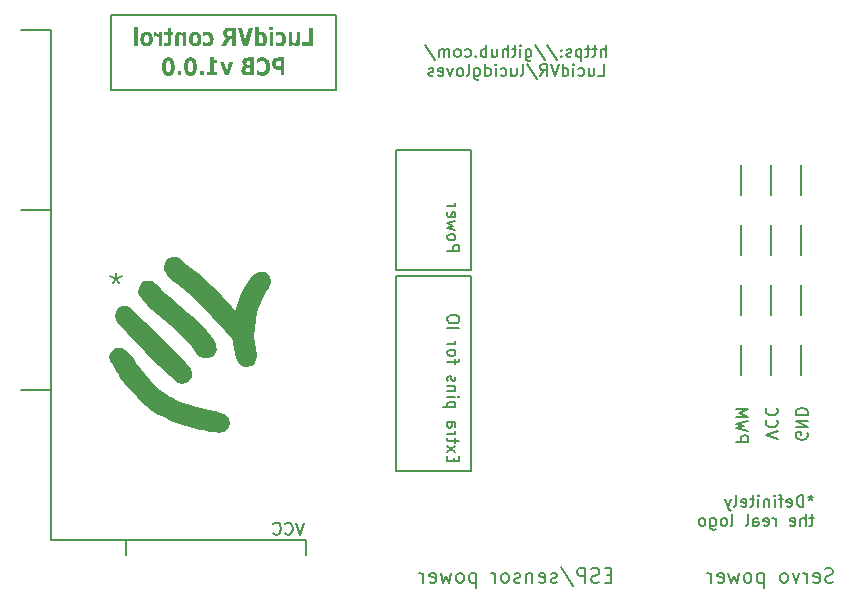
<source format=gbr>
%TF.GenerationSoftware,KiCad,Pcbnew,8.0.3*%
%TF.CreationDate,2024-07-03T13:18:24-05:00*%
%TF.ProjectId,lucidGloves,6c756369-6447-46c6-9f76-65732e6b6963,rev?*%
%TF.SameCoordinates,Original*%
%TF.FileFunction,Legend,Bot*%
%TF.FilePolarity,Positive*%
%FSLAX46Y46*%
G04 Gerber Fmt 4.6, Leading zero omitted, Abs format (unit mm)*
G04 Created by KiCad (PCBNEW 8.0.3) date 2024-07-03 13:18:24*
%MOMM*%
%LPD*%
G01*
G04 APERTURE LIST*
%ADD10C,0.150000*%
%ADD11C,0.200000*%
%ADD12C,0.000000*%
G04 APERTURE END LIST*
D10*
X210820000Y-64770000D02*
X210820000Y-67310000D01*
X149860000Y-96520000D02*
X156210000Y-96520000D01*
X210820000Y-80010000D02*
X210820000Y-82550000D01*
X210820000Y-74930000D02*
X210820000Y-77470000D01*
X213360000Y-80010000D02*
X213360000Y-82550000D01*
X208280000Y-80010000D02*
X208280000Y-82550000D01*
X149860000Y-53340000D02*
X149860000Y-68580000D01*
X149860000Y-83820000D02*
X147320000Y-83820000D01*
X147320000Y-68580000D02*
X149860000Y-68580000D01*
X179070000Y-74210691D02*
X185420000Y-74210691D01*
X185420000Y-90720691D01*
X179070000Y-90720691D01*
X179070000Y-74210691D01*
X208280000Y-69850000D02*
X208280000Y-72390000D01*
X208280000Y-74930000D02*
X208280000Y-77470000D01*
X213360000Y-69850000D02*
X213360000Y-72390000D01*
X213360000Y-74930000D02*
X213360000Y-77470000D01*
X179070000Y-63500000D02*
X185420000Y-63500000D01*
X185420000Y-73660000D01*
X179070000Y-73660000D01*
X179070000Y-63500000D01*
X210820000Y-69850000D02*
X210820000Y-72390000D01*
X213360000Y-64770000D02*
X213360000Y-67310000D01*
X149860000Y-68580000D02*
X149860000Y-83820000D01*
X147320000Y-53340000D02*
X149860000Y-53340000D01*
X156210000Y-96520000D02*
X156210000Y-97790000D01*
X149860000Y-83820000D02*
X149860000Y-96520000D01*
X171450000Y-96520000D02*
X171450000Y-97790000D01*
X156210000Y-96520000D02*
X171450000Y-96520000D01*
X208280000Y-64770000D02*
X208280000Y-67310000D01*
X171245076Y-95081811D02*
X170911743Y-96081811D01*
X170911743Y-96081811D02*
X170578410Y-95081811D01*
X169673648Y-95986572D02*
X169721267Y-96034192D01*
X169721267Y-96034192D02*
X169864124Y-96081811D01*
X169864124Y-96081811D02*
X169959362Y-96081811D01*
X169959362Y-96081811D02*
X170102219Y-96034192D01*
X170102219Y-96034192D02*
X170197457Y-95938953D01*
X170197457Y-95938953D02*
X170245076Y-95843715D01*
X170245076Y-95843715D02*
X170292695Y-95653239D01*
X170292695Y-95653239D02*
X170292695Y-95510382D01*
X170292695Y-95510382D02*
X170245076Y-95319906D01*
X170245076Y-95319906D02*
X170197457Y-95224668D01*
X170197457Y-95224668D02*
X170102219Y-95129430D01*
X170102219Y-95129430D02*
X169959362Y-95081811D01*
X169959362Y-95081811D02*
X169864124Y-95081811D01*
X169864124Y-95081811D02*
X169721267Y-95129430D01*
X169721267Y-95129430D02*
X169673648Y-95177049D01*
X168673648Y-95986572D02*
X168721267Y-96034192D01*
X168721267Y-96034192D02*
X168864124Y-96081811D01*
X168864124Y-96081811D02*
X168959362Y-96081811D01*
X168959362Y-96081811D02*
X169102219Y-96034192D01*
X169102219Y-96034192D02*
X169197457Y-95938953D01*
X169197457Y-95938953D02*
X169245076Y-95843715D01*
X169245076Y-95843715D02*
X169292695Y-95653239D01*
X169292695Y-95653239D02*
X169292695Y-95510382D01*
X169292695Y-95510382D02*
X169245076Y-95319906D01*
X169245076Y-95319906D02*
X169197457Y-95224668D01*
X169197457Y-95224668D02*
X169102219Y-95129430D01*
X169102219Y-95129430D02*
X168959362Y-95081811D01*
X168959362Y-95081811D02*
X168864124Y-95081811D01*
X168864124Y-95081811D02*
X168721267Y-95129430D01*
X168721267Y-95129430D02*
X168673648Y-95177049D01*
X207825180Y-88236302D02*
X208825180Y-88236302D01*
X208825180Y-88236302D02*
X208825180Y-87855350D01*
X208825180Y-87855350D02*
X208777561Y-87760112D01*
X208777561Y-87760112D02*
X208729942Y-87712493D01*
X208729942Y-87712493D02*
X208634704Y-87664874D01*
X208634704Y-87664874D02*
X208491847Y-87664874D01*
X208491847Y-87664874D02*
X208396609Y-87712493D01*
X208396609Y-87712493D02*
X208348990Y-87760112D01*
X208348990Y-87760112D02*
X208301371Y-87855350D01*
X208301371Y-87855350D02*
X208301371Y-88236302D01*
X208825180Y-87331540D02*
X207825180Y-87093445D01*
X207825180Y-87093445D02*
X208539466Y-86902969D01*
X208539466Y-86902969D02*
X207825180Y-86712493D01*
X207825180Y-86712493D02*
X208825180Y-86474398D01*
X207825180Y-86093445D02*
X208825180Y-86093445D01*
X208825180Y-86093445D02*
X208110895Y-85760112D01*
X208110895Y-85760112D02*
X208825180Y-85426779D01*
X208825180Y-85426779D02*
X207825180Y-85426779D01*
X213857561Y-87474398D02*
X213905180Y-87569636D01*
X213905180Y-87569636D02*
X213905180Y-87712493D01*
X213905180Y-87712493D02*
X213857561Y-87855350D01*
X213857561Y-87855350D02*
X213762323Y-87950588D01*
X213762323Y-87950588D02*
X213667085Y-87998207D01*
X213667085Y-87998207D02*
X213476609Y-88045826D01*
X213476609Y-88045826D02*
X213333752Y-88045826D01*
X213333752Y-88045826D02*
X213143276Y-87998207D01*
X213143276Y-87998207D02*
X213048038Y-87950588D01*
X213048038Y-87950588D02*
X212952800Y-87855350D01*
X212952800Y-87855350D02*
X212905180Y-87712493D01*
X212905180Y-87712493D02*
X212905180Y-87617255D01*
X212905180Y-87617255D02*
X212952800Y-87474398D01*
X212952800Y-87474398D02*
X213000419Y-87426779D01*
X213000419Y-87426779D02*
X213333752Y-87426779D01*
X213333752Y-87426779D02*
X213333752Y-87617255D01*
X212905180Y-86998207D02*
X213905180Y-86998207D01*
X213905180Y-86998207D02*
X212905180Y-86426779D01*
X212905180Y-86426779D02*
X213905180Y-86426779D01*
X212905180Y-85950588D02*
X213905180Y-85950588D01*
X213905180Y-85950588D02*
X213905180Y-85712493D01*
X213905180Y-85712493D02*
X213857561Y-85569636D01*
X213857561Y-85569636D02*
X213762323Y-85474398D01*
X213762323Y-85474398D02*
X213667085Y-85426779D01*
X213667085Y-85426779D02*
X213476609Y-85379160D01*
X213476609Y-85379160D02*
X213333752Y-85379160D01*
X213333752Y-85379160D02*
X213143276Y-85426779D01*
X213143276Y-85426779D02*
X213048038Y-85474398D01*
X213048038Y-85474398D02*
X212952800Y-85569636D01*
X212952800Y-85569636D02*
X212905180Y-85712493D01*
X212905180Y-85712493D02*
X212905180Y-85950588D01*
X155349411Y-73947438D02*
X155349411Y-74423628D01*
X155825601Y-74233152D02*
X155349411Y-74423628D01*
X155349411Y-74423628D02*
X154873220Y-74233152D01*
X155635125Y-74804580D02*
X155349411Y-74423628D01*
X155349411Y-74423628D02*
X155063696Y-74804580D01*
X214150363Y-92749819D02*
X214150363Y-92987914D01*
X214388458Y-92892676D02*
X214150363Y-92987914D01*
X214150363Y-92987914D02*
X213912268Y-92892676D01*
X214293220Y-93178390D02*
X214150363Y-92987914D01*
X214150363Y-92987914D02*
X214007506Y-93178390D01*
X213531315Y-93749819D02*
X213531315Y-92749819D01*
X213531315Y-92749819D02*
X213293220Y-92749819D01*
X213293220Y-92749819D02*
X213150363Y-92797438D01*
X213150363Y-92797438D02*
X213055125Y-92892676D01*
X213055125Y-92892676D02*
X213007506Y-92987914D01*
X213007506Y-92987914D02*
X212959887Y-93178390D01*
X212959887Y-93178390D02*
X212959887Y-93321247D01*
X212959887Y-93321247D02*
X213007506Y-93511723D01*
X213007506Y-93511723D02*
X213055125Y-93606961D01*
X213055125Y-93606961D02*
X213150363Y-93702200D01*
X213150363Y-93702200D02*
X213293220Y-93749819D01*
X213293220Y-93749819D02*
X213531315Y-93749819D01*
X212150363Y-93702200D02*
X212245601Y-93749819D01*
X212245601Y-93749819D02*
X212436077Y-93749819D01*
X212436077Y-93749819D02*
X212531315Y-93702200D01*
X212531315Y-93702200D02*
X212578934Y-93606961D01*
X212578934Y-93606961D02*
X212578934Y-93226009D01*
X212578934Y-93226009D02*
X212531315Y-93130771D01*
X212531315Y-93130771D02*
X212436077Y-93083152D01*
X212436077Y-93083152D02*
X212245601Y-93083152D01*
X212245601Y-93083152D02*
X212150363Y-93130771D01*
X212150363Y-93130771D02*
X212102744Y-93226009D01*
X212102744Y-93226009D02*
X212102744Y-93321247D01*
X212102744Y-93321247D02*
X212578934Y-93416485D01*
X211817029Y-93083152D02*
X211436077Y-93083152D01*
X211674172Y-93749819D02*
X211674172Y-92892676D01*
X211674172Y-92892676D02*
X211626553Y-92797438D01*
X211626553Y-92797438D02*
X211531315Y-92749819D01*
X211531315Y-92749819D02*
X211436077Y-92749819D01*
X211102743Y-93749819D02*
X211102743Y-93083152D01*
X211102743Y-92749819D02*
X211150362Y-92797438D01*
X211150362Y-92797438D02*
X211102743Y-92845057D01*
X211102743Y-92845057D02*
X211055124Y-92797438D01*
X211055124Y-92797438D02*
X211102743Y-92749819D01*
X211102743Y-92749819D02*
X211102743Y-92845057D01*
X210626553Y-93083152D02*
X210626553Y-93749819D01*
X210626553Y-93178390D02*
X210578934Y-93130771D01*
X210578934Y-93130771D02*
X210483696Y-93083152D01*
X210483696Y-93083152D02*
X210340839Y-93083152D01*
X210340839Y-93083152D02*
X210245601Y-93130771D01*
X210245601Y-93130771D02*
X210197982Y-93226009D01*
X210197982Y-93226009D02*
X210197982Y-93749819D01*
X209721791Y-93749819D02*
X209721791Y-93083152D01*
X209721791Y-92749819D02*
X209769410Y-92797438D01*
X209769410Y-92797438D02*
X209721791Y-92845057D01*
X209721791Y-92845057D02*
X209674172Y-92797438D01*
X209674172Y-92797438D02*
X209721791Y-92749819D01*
X209721791Y-92749819D02*
X209721791Y-92845057D01*
X209388458Y-93083152D02*
X209007506Y-93083152D01*
X209245601Y-92749819D02*
X209245601Y-93606961D01*
X209245601Y-93606961D02*
X209197982Y-93702200D01*
X209197982Y-93702200D02*
X209102744Y-93749819D01*
X209102744Y-93749819D02*
X209007506Y-93749819D01*
X208293220Y-93702200D02*
X208388458Y-93749819D01*
X208388458Y-93749819D02*
X208578934Y-93749819D01*
X208578934Y-93749819D02*
X208674172Y-93702200D01*
X208674172Y-93702200D02*
X208721791Y-93606961D01*
X208721791Y-93606961D02*
X208721791Y-93226009D01*
X208721791Y-93226009D02*
X208674172Y-93130771D01*
X208674172Y-93130771D02*
X208578934Y-93083152D01*
X208578934Y-93083152D02*
X208388458Y-93083152D01*
X208388458Y-93083152D02*
X208293220Y-93130771D01*
X208293220Y-93130771D02*
X208245601Y-93226009D01*
X208245601Y-93226009D02*
X208245601Y-93321247D01*
X208245601Y-93321247D02*
X208721791Y-93416485D01*
X207674172Y-93749819D02*
X207769410Y-93702200D01*
X207769410Y-93702200D02*
X207817029Y-93606961D01*
X207817029Y-93606961D02*
X207817029Y-92749819D01*
X207388457Y-93083152D02*
X207150362Y-93749819D01*
X206912267Y-93083152D02*
X207150362Y-93749819D01*
X207150362Y-93749819D02*
X207245600Y-93987914D01*
X207245600Y-93987914D02*
X207293219Y-94035533D01*
X207293219Y-94035533D02*
X207388457Y-94083152D01*
X214436077Y-94693096D02*
X214055125Y-94693096D01*
X214293220Y-94359763D02*
X214293220Y-95216905D01*
X214293220Y-95216905D02*
X214245601Y-95312144D01*
X214245601Y-95312144D02*
X214150363Y-95359763D01*
X214150363Y-95359763D02*
X214055125Y-95359763D01*
X213721791Y-95359763D02*
X213721791Y-94359763D01*
X213293220Y-95359763D02*
X213293220Y-94835953D01*
X213293220Y-94835953D02*
X213340839Y-94740715D01*
X213340839Y-94740715D02*
X213436077Y-94693096D01*
X213436077Y-94693096D02*
X213578934Y-94693096D01*
X213578934Y-94693096D02*
X213674172Y-94740715D01*
X213674172Y-94740715D02*
X213721791Y-94788334D01*
X212436077Y-95312144D02*
X212531315Y-95359763D01*
X212531315Y-95359763D02*
X212721791Y-95359763D01*
X212721791Y-95359763D02*
X212817029Y-95312144D01*
X212817029Y-95312144D02*
X212864648Y-95216905D01*
X212864648Y-95216905D02*
X212864648Y-94835953D01*
X212864648Y-94835953D02*
X212817029Y-94740715D01*
X212817029Y-94740715D02*
X212721791Y-94693096D01*
X212721791Y-94693096D02*
X212531315Y-94693096D01*
X212531315Y-94693096D02*
X212436077Y-94740715D01*
X212436077Y-94740715D02*
X212388458Y-94835953D01*
X212388458Y-94835953D02*
X212388458Y-94931191D01*
X212388458Y-94931191D02*
X212864648Y-95026429D01*
X211197981Y-95359763D02*
X211197981Y-94693096D01*
X211197981Y-94883572D02*
X211150362Y-94788334D01*
X211150362Y-94788334D02*
X211102743Y-94740715D01*
X211102743Y-94740715D02*
X211007505Y-94693096D01*
X211007505Y-94693096D02*
X210912267Y-94693096D01*
X210197981Y-95312144D02*
X210293219Y-95359763D01*
X210293219Y-95359763D02*
X210483695Y-95359763D01*
X210483695Y-95359763D02*
X210578933Y-95312144D01*
X210578933Y-95312144D02*
X210626552Y-95216905D01*
X210626552Y-95216905D02*
X210626552Y-94835953D01*
X210626552Y-94835953D02*
X210578933Y-94740715D01*
X210578933Y-94740715D02*
X210483695Y-94693096D01*
X210483695Y-94693096D02*
X210293219Y-94693096D01*
X210293219Y-94693096D02*
X210197981Y-94740715D01*
X210197981Y-94740715D02*
X210150362Y-94835953D01*
X210150362Y-94835953D02*
X210150362Y-94931191D01*
X210150362Y-94931191D02*
X210626552Y-95026429D01*
X209293219Y-95359763D02*
X209293219Y-94835953D01*
X209293219Y-94835953D02*
X209340838Y-94740715D01*
X209340838Y-94740715D02*
X209436076Y-94693096D01*
X209436076Y-94693096D02*
X209626552Y-94693096D01*
X209626552Y-94693096D02*
X209721790Y-94740715D01*
X209293219Y-95312144D02*
X209388457Y-95359763D01*
X209388457Y-95359763D02*
X209626552Y-95359763D01*
X209626552Y-95359763D02*
X209721790Y-95312144D01*
X209721790Y-95312144D02*
X209769409Y-95216905D01*
X209769409Y-95216905D02*
X209769409Y-95121667D01*
X209769409Y-95121667D02*
X209721790Y-95026429D01*
X209721790Y-95026429D02*
X209626552Y-94978810D01*
X209626552Y-94978810D02*
X209388457Y-94978810D01*
X209388457Y-94978810D02*
X209293219Y-94931191D01*
X208674171Y-95359763D02*
X208769409Y-95312144D01*
X208769409Y-95312144D02*
X208817028Y-95216905D01*
X208817028Y-95216905D02*
X208817028Y-94359763D01*
X207388456Y-95359763D02*
X207483694Y-95312144D01*
X207483694Y-95312144D02*
X207531313Y-95216905D01*
X207531313Y-95216905D02*
X207531313Y-94359763D01*
X206864646Y-95359763D02*
X206959884Y-95312144D01*
X206959884Y-95312144D02*
X207007503Y-95264524D01*
X207007503Y-95264524D02*
X207055122Y-95169286D01*
X207055122Y-95169286D02*
X207055122Y-94883572D01*
X207055122Y-94883572D02*
X207007503Y-94788334D01*
X207007503Y-94788334D02*
X206959884Y-94740715D01*
X206959884Y-94740715D02*
X206864646Y-94693096D01*
X206864646Y-94693096D02*
X206721789Y-94693096D01*
X206721789Y-94693096D02*
X206626551Y-94740715D01*
X206626551Y-94740715D02*
X206578932Y-94788334D01*
X206578932Y-94788334D02*
X206531313Y-94883572D01*
X206531313Y-94883572D02*
X206531313Y-95169286D01*
X206531313Y-95169286D02*
X206578932Y-95264524D01*
X206578932Y-95264524D02*
X206626551Y-95312144D01*
X206626551Y-95312144D02*
X206721789Y-95359763D01*
X206721789Y-95359763D02*
X206864646Y-95359763D01*
X205674170Y-94693096D02*
X205674170Y-95502620D01*
X205674170Y-95502620D02*
X205721789Y-95597858D01*
X205721789Y-95597858D02*
X205769408Y-95645477D01*
X205769408Y-95645477D02*
X205864646Y-95693096D01*
X205864646Y-95693096D02*
X206007503Y-95693096D01*
X206007503Y-95693096D02*
X206102741Y-95645477D01*
X205674170Y-95312144D02*
X205769408Y-95359763D01*
X205769408Y-95359763D02*
X205959884Y-95359763D01*
X205959884Y-95359763D02*
X206055122Y-95312144D01*
X206055122Y-95312144D02*
X206102741Y-95264524D01*
X206102741Y-95264524D02*
X206150360Y-95169286D01*
X206150360Y-95169286D02*
X206150360Y-94883572D01*
X206150360Y-94883572D02*
X206102741Y-94788334D01*
X206102741Y-94788334D02*
X206055122Y-94740715D01*
X206055122Y-94740715D02*
X205959884Y-94693096D01*
X205959884Y-94693096D02*
X205769408Y-94693096D01*
X205769408Y-94693096D02*
X205674170Y-94740715D01*
X205055122Y-95359763D02*
X205150360Y-95312144D01*
X205150360Y-95312144D02*
X205197979Y-95264524D01*
X205197979Y-95264524D02*
X205245598Y-95169286D01*
X205245598Y-95169286D02*
X205245598Y-94883572D01*
X205245598Y-94883572D02*
X205197979Y-94788334D01*
X205197979Y-94788334D02*
X205150360Y-94740715D01*
X205150360Y-94740715D02*
X205055122Y-94693096D01*
X205055122Y-94693096D02*
X204912265Y-94693096D01*
X204912265Y-94693096D02*
X204817027Y-94740715D01*
X204817027Y-94740715D02*
X204769408Y-94788334D01*
X204769408Y-94788334D02*
X204721789Y-94883572D01*
X204721789Y-94883572D02*
X204721789Y-95169286D01*
X204721789Y-95169286D02*
X204769408Y-95264524D01*
X204769408Y-95264524D02*
X204817027Y-95312144D01*
X204817027Y-95312144D02*
X204912265Y-95359763D01*
X204912265Y-95359763D02*
X205055122Y-95359763D01*
X197287141Y-99514461D02*
X196887141Y-99514461D01*
X196715713Y-100169223D02*
X197287141Y-100169223D01*
X197287141Y-100169223D02*
X197287141Y-98919223D01*
X197287141Y-98919223D02*
X196715713Y-98919223D01*
X196258570Y-100109700D02*
X196087142Y-100169223D01*
X196087142Y-100169223D02*
X195801427Y-100169223D01*
X195801427Y-100169223D02*
X195687142Y-100109700D01*
X195687142Y-100109700D02*
X195629999Y-100050176D01*
X195629999Y-100050176D02*
X195572856Y-99931128D01*
X195572856Y-99931128D02*
X195572856Y-99812080D01*
X195572856Y-99812080D02*
X195629999Y-99693033D01*
X195629999Y-99693033D02*
X195687142Y-99633509D01*
X195687142Y-99633509D02*
X195801427Y-99573985D01*
X195801427Y-99573985D02*
X196029999Y-99514461D01*
X196029999Y-99514461D02*
X196144284Y-99454938D01*
X196144284Y-99454938D02*
X196201427Y-99395414D01*
X196201427Y-99395414D02*
X196258570Y-99276366D01*
X196258570Y-99276366D02*
X196258570Y-99157319D01*
X196258570Y-99157319D02*
X196201427Y-99038271D01*
X196201427Y-99038271D02*
X196144284Y-98978747D01*
X196144284Y-98978747D02*
X196029999Y-98919223D01*
X196029999Y-98919223D02*
X195744284Y-98919223D01*
X195744284Y-98919223D02*
X195572856Y-98978747D01*
X195058570Y-100169223D02*
X195058570Y-98919223D01*
X195058570Y-98919223D02*
X194601427Y-98919223D01*
X194601427Y-98919223D02*
X194487142Y-98978747D01*
X194487142Y-98978747D02*
X194429999Y-99038271D01*
X194429999Y-99038271D02*
X194372856Y-99157319D01*
X194372856Y-99157319D02*
X194372856Y-99335890D01*
X194372856Y-99335890D02*
X194429999Y-99454938D01*
X194429999Y-99454938D02*
X194487142Y-99514461D01*
X194487142Y-99514461D02*
X194601427Y-99573985D01*
X194601427Y-99573985D02*
X195058570Y-99573985D01*
X193001427Y-98859700D02*
X194029999Y-100466842D01*
X192658570Y-100109700D02*
X192544284Y-100169223D01*
X192544284Y-100169223D02*
X192315713Y-100169223D01*
X192315713Y-100169223D02*
X192201427Y-100109700D01*
X192201427Y-100109700D02*
X192144284Y-99990652D01*
X192144284Y-99990652D02*
X192144284Y-99931128D01*
X192144284Y-99931128D02*
X192201427Y-99812080D01*
X192201427Y-99812080D02*
X192315713Y-99752557D01*
X192315713Y-99752557D02*
X192487142Y-99752557D01*
X192487142Y-99752557D02*
X192601427Y-99693033D01*
X192601427Y-99693033D02*
X192658570Y-99573985D01*
X192658570Y-99573985D02*
X192658570Y-99514461D01*
X192658570Y-99514461D02*
X192601427Y-99395414D01*
X192601427Y-99395414D02*
X192487142Y-99335890D01*
X192487142Y-99335890D02*
X192315713Y-99335890D01*
X192315713Y-99335890D02*
X192201427Y-99395414D01*
X191172855Y-100109700D02*
X191287141Y-100169223D01*
X191287141Y-100169223D02*
X191515713Y-100169223D01*
X191515713Y-100169223D02*
X191629998Y-100109700D01*
X191629998Y-100109700D02*
X191687141Y-99990652D01*
X191687141Y-99990652D02*
X191687141Y-99514461D01*
X191687141Y-99514461D02*
X191629998Y-99395414D01*
X191629998Y-99395414D02*
X191515713Y-99335890D01*
X191515713Y-99335890D02*
X191287141Y-99335890D01*
X191287141Y-99335890D02*
X191172855Y-99395414D01*
X191172855Y-99395414D02*
X191115713Y-99514461D01*
X191115713Y-99514461D02*
X191115713Y-99633509D01*
X191115713Y-99633509D02*
X191687141Y-99752557D01*
X190601427Y-99335890D02*
X190601427Y-100169223D01*
X190601427Y-99454938D02*
X190544284Y-99395414D01*
X190544284Y-99395414D02*
X190429999Y-99335890D01*
X190429999Y-99335890D02*
X190258570Y-99335890D01*
X190258570Y-99335890D02*
X190144284Y-99395414D01*
X190144284Y-99395414D02*
X190087142Y-99514461D01*
X190087142Y-99514461D02*
X190087142Y-100169223D01*
X189572856Y-100109700D02*
X189458570Y-100169223D01*
X189458570Y-100169223D02*
X189229999Y-100169223D01*
X189229999Y-100169223D02*
X189115713Y-100109700D01*
X189115713Y-100109700D02*
X189058570Y-99990652D01*
X189058570Y-99990652D02*
X189058570Y-99931128D01*
X189058570Y-99931128D02*
X189115713Y-99812080D01*
X189115713Y-99812080D02*
X189229999Y-99752557D01*
X189229999Y-99752557D02*
X189401428Y-99752557D01*
X189401428Y-99752557D02*
X189515713Y-99693033D01*
X189515713Y-99693033D02*
X189572856Y-99573985D01*
X189572856Y-99573985D02*
X189572856Y-99514461D01*
X189572856Y-99514461D02*
X189515713Y-99395414D01*
X189515713Y-99395414D02*
X189401428Y-99335890D01*
X189401428Y-99335890D02*
X189229999Y-99335890D01*
X189229999Y-99335890D02*
X189115713Y-99395414D01*
X188372856Y-100169223D02*
X188487141Y-100109700D01*
X188487141Y-100109700D02*
X188544284Y-100050176D01*
X188544284Y-100050176D02*
X188601427Y-99931128D01*
X188601427Y-99931128D02*
X188601427Y-99573985D01*
X188601427Y-99573985D02*
X188544284Y-99454938D01*
X188544284Y-99454938D02*
X188487141Y-99395414D01*
X188487141Y-99395414D02*
X188372856Y-99335890D01*
X188372856Y-99335890D02*
X188201427Y-99335890D01*
X188201427Y-99335890D02*
X188087141Y-99395414D01*
X188087141Y-99395414D02*
X188029999Y-99454938D01*
X188029999Y-99454938D02*
X187972856Y-99573985D01*
X187972856Y-99573985D02*
X187972856Y-99931128D01*
X187972856Y-99931128D02*
X188029999Y-100050176D01*
X188029999Y-100050176D02*
X188087141Y-100109700D01*
X188087141Y-100109700D02*
X188201427Y-100169223D01*
X188201427Y-100169223D02*
X188372856Y-100169223D01*
X187458570Y-100169223D02*
X187458570Y-99335890D01*
X187458570Y-99573985D02*
X187401427Y-99454938D01*
X187401427Y-99454938D02*
X187344285Y-99395414D01*
X187344285Y-99395414D02*
X187229999Y-99335890D01*
X187229999Y-99335890D02*
X187115713Y-99335890D01*
X185801427Y-99335890D02*
X185801427Y-100585890D01*
X185801427Y-99395414D02*
X185687142Y-99335890D01*
X185687142Y-99335890D02*
X185458570Y-99335890D01*
X185458570Y-99335890D02*
X185344284Y-99395414D01*
X185344284Y-99395414D02*
X185287142Y-99454938D01*
X185287142Y-99454938D02*
X185229999Y-99573985D01*
X185229999Y-99573985D02*
X185229999Y-99931128D01*
X185229999Y-99931128D02*
X185287142Y-100050176D01*
X185287142Y-100050176D02*
X185344284Y-100109700D01*
X185344284Y-100109700D02*
X185458570Y-100169223D01*
X185458570Y-100169223D02*
X185687142Y-100169223D01*
X185687142Y-100169223D02*
X185801427Y-100109700D01*
X184544285Y-100169223D02*
X184658570Y-100109700D01*
X184658570Y-100109700D02*
X184715713Y-100050176D01*
X184715713Y-100050176D02*
X184772856Y-99931128D01*
X184772856Y-99931128D02*
X184772856Y-99573985D01*
X184772856Y-99573985D02*
X184715713Y-99454938D01*
X184715713Y-99454938D02*
X184658570Y-99395414D01*
X184658570Y-99395414D02*
X184544285Y-99335890D01*
X184544285Y-99335890D02*
X184372856Y-99335890D01*
X184372856Y-99335890D02*
X184258570Y-99395414D01*
X184258570Y-99395414D02*
X184201428Y-99454938D01*
X184201428Y-99454938D02*
X184144285Y-99573985D01*
X184144285Y-99573985D02*
X184144285Y-99931128D01*
X184144285Y-99931128D02*
X184201428Y-100050176D01*
X184201428Y-100050176D02*
X184258570Y-100109700D01*
X184258570Y-100109700D02*
X184372856Y-100169223D01*
X184372856Y-100169223D02*
X184544285Y-100169223D01*
X183744285Y-99335890D02*
X183515714Y-100169223D01*
X183515714Y-100169223D02*
X183287142Y-99573985D01*
X183287142Y-99573985D02*
X183058571Y-100169223D01*
X183058571Y-100169223D02*
X182829999Y-99335890D01*
X181915713Y-100109700D02*
X182029999Y-100169223D01*
X182029999Y-100169223D02*
X182258571Y-100169223D01*
X182258571Y-100169223D02*
X182372856Y-100109700D01*
X182372856Y-100109700D02*
X182429999Y-99990652D01*
X182429999Y-99990652D02*
X182429999Y-99514461D01*
X182429999Y-99514461D02*
X182372856Y-99395414D01*
X182372856Y-99395414D02*
X182258571Y-99335890D01*
X182258571Y-99335890D02*
X182029999Y-99335890D01*
X182029999Y-99335890D02*
X181915713Y-99395414D01*
X181915713Y-99395414D02*
X181858571Y-99514461D01*
X181858571Y-99514461D02*
X181858571Y-99633509D01*
X181858571Y-99633509D02*
X182429999Y-99752557D01*
X181344285Y-100169223D02*
X181344285Y-99335890D01*
X181344285Y-99573985D02*
X181287142Y-99454938D01*
X181287142Y-99454938D02*
X181230000Y-99395414D01*
X181230000Y-99395414D02*
X181115714Y-99335890D01*
X181115714Y-99335890D02*
X181001428Y-99335890D01*
X211365180Y-87950588D02*
X210365180Y-87617255D01*
X210365180Y-87617255D02*
X211365180Y-87283922D01*
X210460419Y-86379160D02*
X210412800Y-86426779D01*
X210412800Y-86426779D02*
X210365180Y-86569636D01*
X210365180Y-86569636D02*
X210365180Y-86664874D01*
X210365180Y-86664874D02*
X210412800Y-86807731D01*
X210412800Y-86807731D02*
X210508038Y-86902969D01*
X210508038Y-86902969D02*
X210603276Y-86950588D01*
X210603276Y-86950588D02*
X210793752Y-86998207D01*
X210793752Y-86998207D02*
X210936609Y-86998207D01*
X210936609Y-86998207D02*
X211127085Y-86950588D01*
X211127085Y-86950588D02*
X211222323Y-86902969D01*
X211222323Y-86902969D02*
X211317561Y-86807731D01*
X211317561Y-86807731D02*
X211365180Y-86664874D01*
X211365180Y-86664874D02*
X211365180Y-86569636D01*
X211365180Y-86569636D02*
X211317561Y-86426779D01*
X211317561Y-86426779D02*
X211269942Y-86379160D01*
X210460419Y-85379160D02*
X210412800Y-85426779D01*
X210412800Y-85426779D02*
X210365180Y-85569636D01*
X210365180Y-85569636D02*
X210365180Y-85664874D01*
X210365180Y-85664874D02*
X210412800Y-85807731D01*
X210412800Y-85807731D02*
X210508038Y-85902969D01*
X210508038Y-85902969D02*
X210603276Y-85950588D01*
X210603276Y-85950588D02*
X210793752Y-85998207D01*
X210793752Y-85998207D02*
X210936609Y-85998207D01*
X210936609Y-85998207D02*
X211127085Y-85950588D01*
X211127085Y-85950588D02*
X211222323Y-85902969D01*
X211222323Y-85902969D02*
X211317561Y-85807731D01*
X211317561Y-85807731D02*
X211365180Y-85664874D01*
X211365180Y-85664874D02*
X211365180Y-85569636D01*
X211365180Y-85569636D02*
X211317561Y-85426779D01*
X211317561Y-85426779D02*
X211269942Y-85379160D01*
X183923990Y-89893220D02*
X183923990Y-89559887D01*
X183400180Y-89417030D02*
X183400180Y-89893220D01*
X183400180Y-89893220D02*
X184400180Y-89893220D01*
X184400180Y-89893220D02*
X184400180Y-89417030D01*
X183400180Y-89083696D02*
X184066847Y-88559887D01*
X184066847Y-89083696D02*
X183400180Y-88559887D01*
X184066847Y-88321791D02*
X184066847Y-87940839D01*
X184400180Y-88178934D02*
X183543038Y-88178934D01*
X183543038Y-88178934D02*
X183447800Y-88131315D01*
X183447800Y-88131315D02*
X183400180Y-88036077D01*
X183400180Y-88036077D02*
X183400180Y-87940839D01*
X183400180Y-87607505D02*
X184066847Y-87607505D01*
X183876371Y-87607505D02*
X183971609Y-87559886D01*
X183971609Y-87559886D02*
X184019228Y-87512267D01*
X184019228Y-87512267D02*
X184066847Y-87417029D01*
X184066847Y-87417029D02*
X184066847Y-87321791D01*
X183400180Y-86559886D02*
X183923990Y-86559886D01*
X183923990Y-86559886D02*
X184019228Y-86607505D01*
X184019228Y-86607505D02*
X184066847Y-86702743D01*
X184066847Y-86702743D02*
X184066847Y-86893219D01*
X184066847Y-86893219D02*
X184019228Y-86988457D01*
X183447800Y-86559886D02*
X183400180Y-86655124D01*
X183400180Y-86655124D02*
X183400180Y-86893219D01*
X183400180Y-86893219D02*
X183447800Y-86988457D01*
X183447800Y-86988457D02*
X183543038Y-87036076D01*
X183543038Y-87036076D02*
X183638276Y-87036076D01*
X183638276Y-87036076D02*
X183733514Y-86988457D01*
X183733514Y-86988457D02*
X183781133Y-86893219D01*
X183781133Y-86893219D02*
X183781133Y-86655124D01*
X183781133Y-86655124D02*
X183828752Y-86559886D01*
X184066847Y-85321790D02*
X183066847Y-85321790D01*
X184019228Y-85321790D02*
X184066847Y-85226552D01*
X184066847Y-85226552D02*
X184066847Y-85036076D01*
X184066847Y-85036076D02*
X184019228Y-84940838D01*
X184019228Y-84940838D02*
X183971609Y-84893219D01*
X183971609Y-84893219D02*
X183876371Y-84845600D01*
X183876371Y-84845600D02*
X183590657Y-84845600D01*
X183590657Y-84845600D02*
X183495419Y-84893219D01*
X183495419Y-84893219D02*
X183447800Y-84940838D01*
X183447800Y-84940838D02*
X183400180Y-85036076D01*
X183400180Y-85036076D02*
X183400180Y-85226552D01*
X183400180Y-85226552D02*
X183447800Y-85321790D01*
X183400180Y-84417028D02*
X184066847Y-84417028D01*
X184400180Y-84417028D02*
X184352561Y-84464647D01*
X184352561Y-84464647D02*
X184304942Y-84417028D01*
X184304942Y-84417028D02*
X184352561Y-84369409D01*
X184352561Y-84369409D02*
X184400180Y-84417028D01*
X184400180Y-84417028D02*
X184304942Y-84417028D01*
X184066847Y-83940838D02*
X183400180Y-83940838D01*
X183971609Y-83940838D02*
X184019228Y-83893219D01*
X184019228Y-83893219D02*
X184066847Y-83797981D01*
X184066847Y-83797981D02*
X184066847Y-83655124D01*
X184066847Y-83655124D02*
X184019228Y-83559886D01*
X184019228Y-83559886D02*
X183923990Y-83512267D01*
X183923990Y-83512267D02*
X183400180Y-83512267D01*
X183447800Y-83083695D02*
X183400180Y-82988457D01*
X183400180Y-82988457D02*
X183400180Y-82797981D01*
X183400180Y-82797981D02*
X183447800Y-82702743D01*
X183447800Y-82702743D02*
X183543038Y-82655124D01*
X183543038Y-82655124D02*
X183590657Y-82655124D01*
X183590657Y-82655124D02*
X183685895Y-82702743D01*
X183685895Y-82702743D02*
X183733514Y-82797981D01*
X183733514Y-82797981D02*
X183733514Y-82940838D01*
X183733514Y-82940838D02*
X183781133Y-83036076D01*
X183781133Y-83036076D02*
X183876371Y-83083695D01*
X183876371Y-83083695D02*
X183923990Y-83083695D01*
X183923990Y-83083695D02*
X184019228Y-83036076D01*
X184019228Y-83036076D02*
X184066847Y-82940838D01*
X184066847Y-82940838D02*
X184066847Y-82797981D01*
X184066847Y-82797981D02*
X184019228Y-82702743D01*
X184066847Y-81607504D02*
X184066847Y-81226552D01*
X183400180Y-81464647D02*
X184257323Y-81464647D01*
X184257323Y-81464647D02*
X184352561Y-81417028D01*
X184352561Y-81417028D02*
X184400180Y-81321790D01*
X184400180Y-81321790D02*
X184400180Y-81226552D01*
X183400180Y-80750361D02*
X183447800Y-80845599D01*
X183447800Y-80845599D02*
X183495419Y-80893218D01*
X183495419Y-80893218D02*
X183590657Y-80940837D01*
X183590657Y-80940837D02*
X183876371Y-80940837D01*
X183876371Y-80940837D02*
X183971609Y-80893218D01*
X183971609Y-80893218D02*
X184019228Y-80845599D01*
X184019228Y-80845599D02*
X184066847Y-80750361D01*
X184066847Y-80750361D02*
X184066847Y-80607504D01*
X184066847Y-80607504D02*
X184019228Y-80512266D01*
X184019228Y-80512266D02*
X183971609Y-80464647D01*
X183971609Y-80464647D02*
X183876371Y-80417028D01*
X183876371Y-80417028D02*
X183590657Y-80417028D01*
X183590657Y-80417028D02*
X183495419Y-80464647D01*
X183495419Y-80464647D02*
X183447800Y-80512266D01*
X183447800Y-80512266D02*
X183400180Y-80607504D01*
X183400180Y-80607504D02*
X183400180Y-80750361D01*
X183400180Y-79988456D02*
X184066847Y-79988456D01*
X183876371Y-79988456D02*
X183971609Y-79940837D01*
X183971609Y-79940837D02*
X184019228Y-79893218D01*
X184019228Y-79893218D02*
X184066847Y-79797980D01*
X184066847Y-79797980D02*
X184066847Y-79702742D01*
X183400180Y-78607503D02*
X184400180Y-78607503D01*
X184400180Y-77940837D02*
X184400180Y-77750361D01*
X184400180Y-77750361D02*
X184352561Y-77655123D01*
X184352561Y-77655123D02*
X184257323Y-77559885D01*
X184257323Y-77559885D02*
X184066847Y-77512266D01*
X184066847Y-77512266D02*
X183733514Y-77512266D01*
X183733514Y-77512266D02*
X183543038Y-77559885D01*
X183543038Y-77559885D02*
X183447800Y-77655123D01*
X183447800Y-77655123D02*
X183400180Y-77750361D01*
X183400180Y-77750361D02*
X183400180Y-77940837D01*
X183400180Y-77940837D02*
X183447800Y-78036075D01*
X183447800Y-78036075D02*
X183543038Y-78131313D01*
X183543038Y-78131313D02*
X183733514Y-78178932D01*
X183733514Y-78178932D02*
X184066847Y-78178932D01*
X184066847Y-78178932D02*
X184257323Y-78131313D01*
X184257323Y-78131313D02*
X184352561Y-78036075D01*
X184352561Y-78036075D02*
X184400180Y-77940837D01*
X196801428Y-55649819D02*
X196801428Y-54649819D01*
X196372857Y-55649819D02*
X196372857Y-55126009D01*
X196372857Y-55126009D02*
X196420476Y-55030771D01*
X196420476Y-55030771D02*
X196515714Y-54983152D01*
X196515714Y-54983152D02*
X196658571Y-54983152D01*
X196658571Y-54983152D02*
X196753809Y-55030771D01*
X196753809Y-55030771D02*
X196801428Y-55078390D01*
X196039523Y-54983152D02*
X195658571Y-54983152D01*
X195896666Y-54649819D02*
X195896666Y-55506961D01*
X195896666Y-55506961D02*
X195849047Y-55602200D01*
X195849047Y-55602200D02*
X195753809Y-55649819D01*
X195753809Y-55649819D02*
X195658571Y-55649819D01*
X195468094Y-54983152D02*
X195087142Y-54983152D01*
X195325237Y-54649819D02*
X195325237Y-55506961D01*
X195325237Y-55506961D02*
X195277618Y-55602200D01*
X195277618Y-55602200D02*
X195182380Y-55649819D01*
X195182380Y-55649819D02*
X195087142Y-55649819D01*
X194753808Y-54983152D02*
X194753808Y-55983152D01*
X194753808Y-55030771D02*
X194658570Y-54983152D01*
X194658570Y-54983152D02*
X194468094Y-54983152D01*
X194468094Y-54983152D02*
X194372856Y-55030771D01*
X194372856Y-55030771D02*
X194325237Y-55078390D01*
X194325237Y-55078390D02*
X194277618Y-55173628D01*
X194277618Y-55173628D02*
X194277618Y-55459342D01*
X194277618Y-55459342D02*
X194325237Y-55554580D01*
X194325237Y-55554580D02*
X194372856Y-55602200D01*
X194372856Y-55602200D02*
X194468094Y-55649819D01*
X194468094Y-55649819D02*
X194658570Y-55649819D01*
X194658570Y-55649819D02*
X194753808Y-55602200D01*
X193896665Y-55602200D02*
X193801427Y-55649819D01*
X193801427Y-55649819D02*
X193610951Y-55649819D01*
X193610951Y-55649819D02*
X193515713Y-55602200D01*
X193515713Y-55602200D02*
X193468094Y-55506961D01*
X193468094Y-55506961D02*
X193468094Y-55459342D01*
X193468094Y-55459342D02*
X193515713Y-55364104D01*
X193515713Y-55364104D02*
X193610951Y-55316485D01*
X193610951Y-55316485D02*
X193753808Y-55316485D01*
X193753808Y-55316485D02*
X193849046Y-55268866D01*
X193849046Y-55268866D02*
X193896665Y-55173628D01*
X193896665Y-55173628D02*
X193896665Y-55126009D01*
X193896665Y-55126009D02*
X193849046Y-55030771D01*
X193849046Y-55030771D02*
X193753808Y-54983152D01*
X193753808Y-54983152D02*
X193610951Y-54983152D01*
X193610951Y-54983152D02*
X193515713Y-55030771D01*
X193039522Y-55554580D02*
X192991903Y-55602200D01*
X192991903Y-55602200D02*
X193039522Y-55649819D01*
X193039522Y-55649819D02*
X193087141Y-55602200D01*
X193087141Y-55602200D02*
X193039522Y-55554580D01*
X193039522Y-55554580D02*
X193039522Y-55649819D01*
X193039522Y-55030771D02*
X192991903Y-55078390D01*
X192991903Y-55078390D02*
X193039522Y-55126009D01*
X193039522Y-55126009D02*
X193087141Y-55078390D01*
X193087141Y-55078390D02*
X193039522Y-55030771D01*
X193039522Y-55030771D02*
X193039522Y-55126009D01*
X191849047Y-54602200D02*
X192706189Y-55887914D01*
X190801428Y-54602200D02*
X191658570Y-55887914D01*
X190039523Y-54983152D02*
X190039523Y-55792676D01*
X190039523Y-55792676D02*
X190087142Y-55887914D01*
X190087142Y-55887914D02*
X190134761Y-55935533D01*
X190134761Y-55935533D02*
X190229999Y-55983152D01*
X190229999Y-55983152D02*
X190372856Y-55983152D01*
X190372856Y-55983152D02*
X190468094Y-55935533D01*
X190039523Y-55602200D02*
X190134761Y-55649819D01*
X190134761Y-55649819D02*
X190325237Y-55649819D01*
X190325237Y-55649819D02*
X190420475Y-55602200D01*
X190420475Y-55602200D02*
X190468094Y-55554580D01*
X190468094Y-55554580D02*
X190515713Y-55459342D01*
X190515713Y-55459342D02*
X190515713Y-55173628D01*
X190515713Y-55173628D02*
X190468094Y-55078390D01*
X190468094Y-55078390D02*
X190420475Y-55030771D01*
X190420475Y-55030771D02*
X190325237Y-54983152D01*
X190325237Y-54983152D02*
X190134761Y-54983152D01*
X190134761Y-54983152D02*
X190039523Y-55030771D01*
X189563332Y-55649819D02*
X189563332Y-54983152D01*
X189563332Y-54649819D02*
X189610951Y-54697438D01*
X189610951Y-54697438D02*
X189563332Y-54745057D01*
X189563332Y-54745057D02*
X189515713Y-54697438D01*
X189515713Y-54697438D02*
X189563332Y-54649819D01*
X189563332Y-54649819D02*
X189563332Y-54745057D01*
X189229999Y-54983152D02*
X188849047Y-54983152D01*
X189087142Y-54649819D02*
X189087142Y-55506961D01*
X189087142Y-55506961D02*
X189039523Y-55602200D01*
X189039523Y-55602200D02*
X188944285Y-55649819D01*
X188944285Y-55649819D02*
X188849047Y-55649819D01*
X188515713Y-55649819D02*
X188515713Y-54649819D01*
X188087142Y-55649819D02*
X188087142Y-55126009D01*
X188087142Y-55126009D02*
X188134761Y-55030771D01*
X188134761Y-55030771D02*
X188229999Y-54983152D01*
X188229999Y-54983152D02*
X188372856Y-54983152D01*
X188372856Y-54983152D02*
X188468094Y-55030771D01*
X188468094Y-55030771D02*
X188515713Y-55078390D01*
X187182380Y-54983152D02*
X187182380Y-55649819D01*
X187610951Y-54983152D02*
X187610951Y-55506961D01*
X187610951Y-55506961D02*
X187563332Y-55602200D01*
X187563332Y-55602200D02*
X187468094Y-55649819D01*
X187468094Y-55649819D02*
X187325237Y-55649819D01*
X187325237Y-55649819D02*
X187229999Y-55602200D01*
X187229999Y-55602200D02*
X187182380Y-55554580D01*
X186706189Y-55649819D02*
X186706189Y-54649819D01*
X186706189Y-55030771D02*
X186610951Y-54983152D01*
X186610951Y-54983152D02*
X186420475Y-54983152D01*
X186420475Y-54983152D02*
X186325237Y-55030771D01*
X186325237Y-55030771D02*
X186277618Y-55078390D01*
X186277618Y-55078390D02*
X186229999Y-55173628D01*
X186229999Y-55173628D02*
X186229999Y-55459342D01*
X186229999Y-55459342D02*
X186277618Y-55554580D01*
X186277618Y-55554580D02*
X186325237Y-55602200D01*
X186325237Y-55602200D02*
X186420475Y-55649819D01*
X186420475Y-55649819D02*
X186610951Y-55649819D01*
X186610951Y-55649819D02*
X186706189Y-55602200D01*
X185801427Y-55554580D02*
X185753808Y-55602200D01*
X185753808Y-55602200D02*
X185801427Y-55649819D01*
X185801427Y-55649819D02*
X185849046Y-55602200D01*
X185849046Y-55602200D02*
X185801427Y-55554580D01*
X185801427Y-55554580D02*
X185801427Y-55649819D01*
X184896666Y-55602200D02*
X184991904Y-55649819D01*
X184991904Y-55649819D02*
X185182380Y-55649819D01*
X185182380Y-55649819D02*
X185277618Y-55602200D01*
X185277618Y-55602200D02*
X185325237Y-55554580D01*
X185325237Y-55554580D02*
X185372856Y-55459342D01*
X185372856Y-55459342D02*
X185372856Y-55173628D01*
X185372856Y-55173628D02*
X185325237Y-55078390D01*
X185325237Y-55078390D02*
X185277618Y-55030771D01*
X185277618Y-55030771D02*
X185182380Y-54983152D01*
X185182380Y-54983152D02*
X184991904Y-54983152D01*
X184991904Y-54983152D02*
X184896666Y-55030771D01*
X184325237Y-55649819D02*
X184420475Y-55602200D01*
X184420475Y-55602200D02*
X184468094Y-55554580D01*
X184468094Y-55554580D02*
X184515713Y-55459342D01*
X184515713Y-55459342D02*
X184515713Y-55173628D01*
X184515713Y-55173628D02*
X184468094Y-55078390D01*
X184468094Y-55078390D02*
X184420475Y-55030771D01*
X184420475Y-55030771D02*
X184325237Y-54983152D01*
X184325237Y-54983152D02*
X184182380Y-54983152D01*
X184182380Y-54983152D02*
X184087142Y-55030771D01*
X184087142Y-55030771D02*
X184039523Y-55078390D01*
X184039523Y-55078390D02*
X183991904Y-55173628D01*
X183991904Y-55173628D02*
X183991904Y-55459342D01*
X183991904Y-55459342D02*
X184039523Y-55554580D01*
X184039523Y-55554580D02*
X184087142Y-55602200D01*
X184087142Y-55602200D02*
X184182380Y-55649819D01*
X184182380Y-55649819D02*
X184325237Y-55649819D01*
X183563332Y-55649819D02*
X183563332Y-54983152D01*
X183563332Y-55078390D02*
X183515713Y-55030771D01*
X183515713Y-55030771D02*
X183420475Y-54983152D01*
X183420475Y-54983152D02*
X183277618Y-54983152D01*
X183277618Y-54983152D02*
X183182380Y-55030771D01*
X183182380Y-55030771D02*
X183134761Y-55126009D01*
X183134761Y-55126009D02*
X183134761Y-55649819D01*
X183134761Y-55126009D02*
X183087142Y-55030771D01*
X183087142Y-55030771D02*
X182991904Y-54983152D01*
X182991904Y-54983152D02*
X182849047Y-54983152D01*
X182849047Y-54983152D02*
X182753808Y-55030771D01*
X182753808Y-55030771D02*
X182706189Y-55126009D01*
X182706189Y-55126009D02*
X182706189Y-55649819D01*
X181515714Y-54602200D02*
X182372856Y-55887914D01*
X196158572Y-57259763D02*
X196634762Y-57259763D01*
X196634762Y-57259763D02*
X196634762Y-56259763D01*
X195396667Y-56593096D02*
X195396667Y-57259763D01*
X195825238Y-56593096D02*
X195825238Y-57116905D01*
X195825238Y-57116905D02*
X195777619Y-57212144D01*
X195777619Y-57212144D02*
X195682381Y-57259763D01*
X195682381Y-57259763D02*
X195539524Y-57259763D01*
X195539524Y-57259763D02*
X195444286Y-57212144D01*
X195444286Y-57212144D02*
X195396667Y-57164524D01*
X194491905Y-57212144D02*
X194587143Y-57259763D01*
X194587143Y-57259763D02*
X194777619Y-57259763D01*
X194777619Y-57259763D02*
X194872857Y-57212144D01*
X194872857Y-57212144D02*
X194920476Y-57164524D01*
X194920476Y-57164524D02*
X194968095Y-57069286D01*
X194968095Y-57069286D02*
X194968095Y-56783572D01*
X194968095Y-56783572D02*
X194920476Y-56688334D01*
X194920476Y-56688334D02*
X194872857Y-56640715D01*
X194872857Y-56640715D02*
X194777619Y-56593096D01*
X194777619Y-56593096D02*
X194587143Y-56593096D01*
X194587143Y-56593096D02*
X194491905Y-56640715D01*
X194063333Y-57259763D02*
X194063333Y-56593096D01*
X194063333Y-56259763D02*
X194110952Y-56307382D01*
X194110952Y-56307382D02*
X194063333Y-56355001D01*
X194063333Y-56355001D02*
X194015714Y-56307382D01*
X194015714Y-56307382D02*
X194063333Y-56259763D01*
X194063333Y-56259763D02*
X194063333Y-56355001D01*
X193158572Y-57259763D02*
X193158572Y-56259763D01*
X193158572Y-57212144D02*
X193253810Y-57259763D01*
X193253810Y-57259763D02*
X193444286Y-57259763D01*
X193444286Y-57259763D02*
X193539524Y-57212144D01*
X193539524Y-57212144D02*
X193587143Y-57164524D01*
X193587143Y-57164524D02*
X193634762Y-57069286D01*
X193634762Y-57069286D02*
X193634762Y-56783572D01*
X193634762Y-56783572D02*
X193587143Y-56688334D01*
X193587143Y-56688334D02*
X193539524Y-56640715D01*
X193539524Y-56640715D02*
X193444286Y-56593096D01*
X193444286Y-56593096D02*
X193253810Y-56593096D01*
X193253810Y-56593096D02*
X193158572Y-56640715D01*
X192825238Y-56259763D02*
X192491905Y-57259763D01*
X192491905Y-57259763D02*
X192158572Y-56259763D01*
X191253810Y-57259763D02*
X191587143Y-56783572D01*
X191825238Y-57259763D02*
X191825238Y-56259763D01*
X191825238Y-56259763D02*
X191444286Y-56259763D01*
X191444286Y-56259763D02*
X191349048Y-56307382D01*
X191349048Y-56307382D02*
X191301429Y-56355001D01*
X191301429Y-56355001D02*
X191253810Y-56450239D01*
X191253810Y-56450239D02*
X191253810Y-56593096D01*
X191253810Y-56593096D02*
X191301429Y-56688334D01*
X191301429Y-56688334D02*
X191349048Y-56735953D01*
X191349048Y-56735953D02*
X191444286Y-56783572D01*
X191444286Y-56783572D02*
X191825238Y-56783572D01*
X190110953Y-56212144D02*
X190968095Y-57497858D01*
X189634762Y-57259763D02*
X189730000Y-57212144D01*
X189730000Y-57212144D02*
X189777619Y-57116905D01*
X189777619Y-57116905D02*
X189777619Y-56259763D01*
X188825238Y-56593096D02*
X188825238Y-57259763D01*
X189253809Y-56593096D02*
X189253809Y-57116905D01*
X189253809Y-57116905D02*
X189206190Y-57212144D01*
X189206190Y-57212144D02*
X189110952Y-57259763D01*
X189110952Y-57259763D02*
X188968095Y-57259763D01*
X188968095Y-57259763D02*
X188872857Y-57212144D01*
X188872857Y-57212144D02*
X188825238Y-57164524D01*
X187920476Y-57212144D02*
X188015714Y-57259763D01*
X188015714Y-57259763D02*
X188206190Y-57259763D01*
X188206190Y-57259763D02*
X188301428Y-57212144D01*
X188301428Y-57212144D02*
X188349047Y-57164524D01*
X188349047Y-57164524D02*
X188396666Y-57069286D01*
X188396666Y-57069286D02*
X188396666Y-56783572D01*
X188396666Y-56783572D02*
X188349047Y-56688334D01*
X188349047Y-56688334D02*
X188301428Y-56640715D01*
X188301428Y-56640715D02*
X188206190Y-56593096D01*
X188206190Y-56593096D02*
X188015714Y-56593096D01*
X188015714Y-56593096D02*
X187920476Y-56640715D01*
X187491904Y-57259763D02*
X187491904Y-56593096D01*
X187491904Y-56259763D02*
X187539523Y-56307382D01*
X187539523Y-56307382D02*
X187491904Y-56355001D01*
X187491904Y-56355001D02*
X187444285Y-56307382D01*
X187444285Y-56307382D02*
X187491904Y-56259763D01*
X187491904Y-56259763D02*
X187491904Y-56355001D01*
X186587143Y-57259763D02*
X186587143Y-56259763D01*
X186587143Y-57212144D02*
X186682381Y-57259763D01*
X186682381Y-57259763D02*
X186872857Y-57259763D01*
X186872857Y-57259763D02*
X186968095Y-57212144D01*
X186968095Y-57212144D02*
X187015714Y-57164524D01*
X187015714Y-57164524D02*
X187063333Y-57069286D01*
X187063333Y-57069286D02*
X187063333Y-56783572D01*
X187063333Y-56783572D02*
X187015714Y-56688334D01*
X187015714Y-56688334D02*
X186968095Y-56640715D01*
X186968095Y-56640715D02*
X186872857Y-56593096D01*
X186872857Y-56593096D02*
X186682381Y-56593096D01*
X186682381Y-56593096D02*
X186587143Y-56640715D01*
X185682381Y-56593096D02*
X185682381Y-57402620D01*
X185682381Y-57402620D02*
X185730000Y-57497858D01*
X185730000Y-57497858D02*
X185777619Y-57545477D01*
X185777619Y-57545477D02*
X185872857Y-57593096D01*
X185872857Y-57593096D02*
X186015714Y-57593096D01*
X186015714Y-57593096D02*
X186110952Y-57545477D01*
X185682381Y-57212144D02*
X185777619Y-57259763D01*
X185777619Y-57259763D02*
X185968095Y-57259763D01*
X185968095Y-57259763D02*
X186063333Y-57212144D01*
X186063333Y-57212144D02*
X186110952Y-57164524D01*
X186110952Y-57164524D02*
X186158571Y-57069286D01*
X186158571Y-57069286D02*
X186158571Y-56783572D01*
X186158571Y-56783572D02*
X186110952Y-56688334D01*
X186110952Y-56688334D02*
X186063333Y-56640715D01*
X186063333Y-56640715D02*
X185968095Y-56593096D01*
X185968095Y-56593096D02*
X185777619Y-56593096D01*
X185777619Y-56593096D02*
X185682381Y-56640715D01*
X185063333Y-57259763D02*
X185158571Y-57212144D01*
X185158571Y-57212144D02*
X185206190Y-57116905D01*
X185206190Y-57116905D02*
X185206190Y-56259763D01*
X184539523Y-57259763D02*
X184634761Y-57212144D01*
X184634761Y-57212144D02*
X184682380Y-57164524D01*
X184682380Y-57164524D02*
X184729999Y-57069286D01*
X184729999Y-57069286D02*
X184729999Y-56783572D01*
X184729999Y-56783572D02*
X184682380Y-56688334D01*
X184682380Y-56688334D02*
X184634761Y-56640715D01*
X184634761Y-56640715D02*
X184539523Y-56593096D01*
X184539523Y-56593096D02*
X184396666Y-56593096D01*
X184396666Y-56593096D02*
X184301428Y-56640715D01*
X184301428Y-56640715D02*
X184253809Y-56688334D01*
X184253809Y-56688334D02*
X184206190Y-56783572D01*
X184206190Y-56783572D02*
X184206190Y-57069286D01*
X184206190Y-57069286D02*
X184253809Y-57164524D01*
X184253809Y-57164524D02*
X184301428Y-57212144D01*
X184301428Y-57212144D02*
X184396666Y-57259763D01*
X184396666Y-57259763D02*
X184539523Y-57259763D01*
X183872856Y-56593096D02*
X183634761Y-57259763D01*
X183634761Y-57259763D02*
X183396666Y-56593096D01*
X182634761Y-57212144D02*
X182729999Y-57259763D01*
X182729999Y-57259763D02*
X182920475Y-57259763D01*
X182920475Y-57259763D02*
X183015713Y-57212144D01*
X183015713Y-57212144D02*
X183063332Y-57116905D01*
X183063332Y-57116905D02*
X183063332Y-56735953D01*
X183063332Y-56735953D02*
X183015713Y-56640715D01*
X183015713Y-56640715D02*
X182920475Y-56593096D01*
X182920475Y-56593096D02*
X182729999Y-56593096D01*
X182729999Y-56593096D02*
X182634761Y-56640715D01*
X182634761Y-56640715D02*
X182587142Y-56735953D01*
X182587142Y-56735953D02*
X182587142Y-56831191D01*
X182587142Y-56831191D02*
X183063332Y-56926429D01*
X182206189Y-57212144D02*
X182110951Y-57259763D01*
X182110951Y-57259763D02*
X181920475Y-57259763D01*
X181920475Y-57259763D02*
X181825237Y-57212144D01*
X181825237Y-57212144D02*
X181777618Y-57116905D01*
X181777618Y-57116905D02*
X181777618Y-57069286D01*
X181777618Y-57069286D02*
X181825237Y-56974048D01*
X181825237Y-56974048D02*
X181920475Y-56926429D01*
X181920475Y-56926429D02*
X182063332Y-56926429D01*
X182063332Y-56926429D02*
X182158570Y-56878810D01*
X182158570Y-56878810D02*
X182206189Y-56783572D01*
X182206189Y-56783572D02*
X182206189Y-56735953D01*
X182206189Y-56735953D02*
X182158570Y-56640715D01*
X182158570Y-56640715D02*
X182063332Y-56593096D01*
X182063332Y-56593096D02*
X181920475Y-56593096D01*
X181920475Y-56593096D02*
X181825237Y-56640715D01*
X183400180Y-72113220D02*
X184400180Y-72113220D01*
X184400180Y-72113220D02*
X184400180Y-71732268D01*
X184400180Y-71732268D02*
X184352561Y-71637030D01*
X184352561Y-71637030D02*
X184304942Y-71589411D01*
X184304942Y-71589411D02*
X184209704Y-71541792D01*
X184209704Y-71541792D02*
X184066847Y-71541792D01*
X184066847Y-71541792D02*
X183971609Y-71589411D01*
X183971609Y-71589411D02*
X183923990Y-71637030D01*
X183923990Y-71637030D02*
X183876371Y-71732268D01*
X183876371Y-71732268D02*
X183876371Y-72113220D01*
X183400180Y-70970363D02*
X183447800Y-71065601D01*
X183447800Y-71065601D02*
X183495419Y-71113220D01*
X183495419Y-71113220D02*
X183590657Y-71160839D01*
X183590657Y-71160839D02*
X183876371Y-71160839D01*
X183876371Y-71160839D02*
X183971609Y-71113220D01*
X183971609Y-71113220D02*
X184019228Y-71065601D01*
X184019228Y-71065601D02*
X184066847Y-70970363D01*
X184066847Y-70970363D02*
X184066847Y-70827506D01*
X184066847Y-70827506D02*
X184019228Y-70732268D01*
X184019228Y-70732268D02*
X183971609Y-70684649D01*
X183971609Y-70684649D02*
X183876371Y-70637030D01*
X183876371Y-70637030D02*
X183590657Y-70637030D01*
X183590657Y-70637030D02*
X183495419Y-70684649D01*
X183495419Y-70684649D02*
X183447800Y-70732268D01*
X183447800Y-70732268D02*
X183400180Y-70827506D01*
X183400180Y-70827506D02*
X183400180Y-70970363D01*
X184066847Y-70303696D02*
X183400180Y-70113220D01*
X183400180Y-70113220D02*
X183876371Y-69922744D01*
X183876371Y-69922744D02*
X183400180Y-69732268D01*
X183400180Y-69732268D02*
X184066847Y-69541792D01*
X183447800Y-68779887D02*
X183400180Y-68875125D01*
X183400180Y-68875125D02*
X183400180Y-69065601D01*
X183400180Y-69065601D02*
X183447800Y-69160839D01*
X183447800Y-69160839D02*
X183543038Y-69208458D01*
X183543038Y-69208458D02*
X183923990Y-69208458D01*
X183923990Y-69208458D02*
X184019228Y-69160839D01*
X184019228Y-69160839D02*
X184066847Y-69065601D01*
X184066847Y-69065601D02*
X184066847Y-68875125D01*
X184066847Y-68875125D02*
X184019228Y-68779887D01*
X184019228Y-68779887D02*
X183923990Y-68732268D01*
X183923990Y-68732268D02*
X183828752Y-68732268D01*
X183828752Y-68732268D02*
X183733514Y-69208458D01*
X183400180Y-68303696D02*
X184066847Y-68303696D01*
X183876371Y-68303696D02*
X183971609Y-68256077D01*
X183971609Y-68256077D02*
X184019228Y-68208458D01*
X184019228Y-68208458D02*
X184066847Y-68113220D01*
X184066847Y-68113220D02*
X184066847Y-68017982D01*
X216052085Y-100109700D02*
X215880657Y-100169223D01*
X215880657Y-100169223D02*
X215594942Y-100169223D01*
X215594942Y-100169223D02*
X215480657Y-100109700D01*
X215480657Y-100109700D02*
X215423514Y-100050176D01*
X215423514Y-100050176D02*
X215366371Y-99931128D01*
X215366371Y-99931128D02*
X215366371Y-99812080D01*
X215366371Y-99812080D02*
X215423514Y-99693033D01*
X215423514Y-99693033D02*
X215480657Y-99633509D01*
X215480657Y-99633509D02*
X215594942Y-99573985D01*
X215594942Y-99573985D02*
X215823514Y-99514461D01*
X215823514Y-99514461D02*
X215937799Y-99454938D01*
X215937799Y-99454938D02*
X215994942Y-99395414D01*
X215994942Y-99395414D02*
X216052085Y-99276366D01*
X216052085Y-99276366D02*
X216052085Y-99157319D01*
X216052085Y-99157319D02*
X215994942Y-99038271D01*
X215994942Y-99038271D02*
X215937799Y-98978747D01*
X215937799Y-98978747D02*
X215823514Y-98919223D01*
X215823514Y-98919223D02*
X215537799Y-98919223D01*
X215537799Y-98919223D02*
X215366371Y-98978747D01*
X214394942Y-100109700D02*
X214509228Y-100169223D01*
X214509228Y-100169223D02*
X214737800Y-100169223D01*
X214737800Y-100169223D02*
X214852085Y-100109700D01*
X214852085Y-100109700D02*
X214909228Y-99990652D01*
X214909228Y-99990652D02*
X214909228Y-99514461D01*
X214909228Y-99514461D02*
X214852085Y-99395414D01*
X214852085Y-99395414D02*
X214737800Y-99335890D01*
X214737800Y-99335890D02*
X214509228Y-99335890D01*
X214509228Y-99335890D02*
X214394942Y-99395414D01*
X214394942Y-99395414D02*
X214337800Y-99514461D01*
X214337800Y-99514461D02*
X214337800Y-99633509D01*
X214337800Y-99633509D02*
X214909228Y-99752557D01*
X213823514Y-100169223D02*
X213823514Y-99335890D01*
X213823514Y-99573985D02*
X213766371Y-99454938D01*
X213766371Y-99454938D02*
X213709229Y-99395414D01*
X213709229Y-99395414D02*
X213594943Y-99335890D01*
X213594943Y-99335890D02*
X213480657Y-99335890D01*
X213194943Y-99335890D02*
X212909229Y-100169223D01*
X212909229Y-100169223D02*
X212623514Y-99335890D01*
X211994943Y-100169223D02*
X212109228Y-100109700D01*
X212109228Y-100109700D02*
X212166371Y-100050176D01*
X212166371Y-100050176D02*
X212223514Y-99931128D01*
X212223514Y-99931128D02*
X212223514Y-99573985D01*
X212223514Y-99573985D02*
X212166371Y-99454938D01*
X212166371Y-99454938D02*
X212109228Y-99395414D01*
X212109228Y-99395414D02*
X211994943Y-99335890D01*
X211994943Y-99335890D02*
X211823514Y-99335890D01*
X211823514Y-99335890D02*
X211709228Y-99395414D01*
X211709228Y-99395414D02*
X211652086Y-99454938D01*
X211652086Y-99454938D02*
X211594943Y-99573985D01*
X211594943Y-99573985D02*
X211594943Y-99931128D01*
X211594943Y-99931128D02*
X211652086Y-100050176D01*
X211652086Y-100050176D02*
X211709228Y-100109700D01*
X211709228Y-100109700D02*
X211823514Y-100169223D01*
X211823514Y-100169223D02*
X211994943Y-100169223D01*
X210166371Y-99335890D02*
X210166371Y-100585890D01*
X210166371Y-99395414D02*
X210052086Y-99335890D01*
X210052086Y-99335890D02*
X209823514Y-99335890D01*
X209823514Y-99335890D02*
X209709228Y-99395414D01*
X209709228Y-99395414D02*
X209652086Y-99454938D01*
X209652086Y-99454938D02*
X209594943Y-99573985D01*
X209594943Y-99573985D02*
X209594943Y-99931128D01*
X209594943Y-99931128D02*
X209652086Y-100050176D01*
X209652086Y-100050176D02*
X209709228Y-100109700D01*
X209709228Y-100109700D02*
X209823514Y-100169223D01*
X209823514Y-100169223D02*
X210052086Y-100169223D01*
X210052086Y-100169223D02*
X210166371Y-100109700D01*
X208909229Y-100169223D02*
X209023514Y-100109700D01*
X209023514Y-100109700D02*
X209080657Y-100050176D01*
X209080657Y-100050176D02*
X209137800Y-99931128D01*
X209137800Y-99931128D02*
X209137800Y-99573985D01*
X209137800Y-99573985D02*
X209080657Y-99454938D01*
X209080657Y-99454938D02*
X209023514Y-99395414D01*
X209023514Y-99395414D02*
X208909229Y-99335890D01*
X208909229Y-99335890D02*
X208737800Y-99335890D01*
X208737800Y-99335890D02*
X208623514Y-99395414D01*
X208623514Y-99395414D02*
X208566372Y-99454938D01*
X208566372Y-99454938D02*
X208509229Y-99573985D01*
X208509229Y-99573985D02*
X208509229Y-99931128D01*
X208509229Y-99931128D02*
X208566372Y-100050176D01*
X208566372Y-100050176D02*
X208623514Y-100109700D01*
X208623514Y-100109700D02*
X208737800Y-100169223D01*
X208737800Y-100169223D02*
X208909229Y-100169223D01*
X208109229Y-99335890D02*
X207880658Y-100169223D01*
X207880658Y-100169223D02*
X207652086Y-99573985D01*
X207652086Y-99573985D02*
X207423515Y-100169223D01*
X207423515Y-100169223D02*
X207194943Y-99335890D01*
X206280657Y-100109700D02*
X206394943Y-100169223D01*
X206394943Y-100169223D02*
X206623515Y-100169223D01*
X206623515Y-100169223D02*
X206737800Y-100109700D01*
X206737800Y-100109700D02*
X206794943Y-99990652D01*
X206794943Y-99990652D02*
X206794943Y-99514461D01*
X206794943Y-99514461D02*
X206737800Y-99395414D01*
X206737800Y-99395414D02*
X206623515Y-99335890D01*
X206623515Y-99335890D02*
X206394943Y-99335890D01*
X206394943Y-99335890D02*
X206280657Y-99395414D01*
X206280657Y-99395414D02*
X206223515Y-99514461D01*
X206223515Y-99514461D02*
X206223515Y-99633509D01*
X206223515Y-99633509D02*
X206794943Y-99752557D01*
X205709229Y-100169223D02*
X205709229Y-99335890D01*
X205709229Y-99573985D02*
X205652086Y-99454938D01*
X205652086Y-99454938D02*
X205594944Y-99395414D01*
X205594944Y-99395414D02*
X205480658Y-99335890D01*
X205480658Y-99335890D02*
X205366372Y-99335890D01*
D11*
G36*
X171105656Y-54695000D02*
G01*
X172027978Y-54695000D01*
X172027978Y-53170924D01*
X171698251Y-53170924D01*
X171698251Y-54390184D01*
X171105656Y-54390184D01*
X171105656Y-54695000D01*
G37*
G36*
X169969317Y-54695000D02*
G01*
X170278284Y-54695000D01*
X170278284Y-54581427D01*
X170330501Y-54626936D01*
X170384704Y-54668401D01*
X170435515Y-54700861D01*
X170497898Y-54727428D01*
X170563622Y-54739931D01*
X170605569Y-54741894D01*
X170671920Y-54736600D01*
X170739163Y-54717583D01*
X170797247Y-54684736D01*
X170846172Y-54638059D01*
X170851644Y-54631252D01*
X170889311Y-54569153D01*
X170916215Y-54493866D01*
X170930929Y-54417169D01*
X170936983Y-54343393D01*
X170937739Y-54303722D01*
X170937739Y-53546081D01*
X170626940Y-53546081D01*
X170626940Y-54121273D01*
X170625934Y-54197002D01*
X170622361Y-54267452D01*
X170609030Y-54340780D01*
X170600379Y-54363806D01*
X170556957Y-54416016D01*
X170550920Y-54419494D01*
X170489957Y-54435688D01*
X170458718Y-54437079D01*
X170397406Y-54427994D01*
X170371096Y-54419494D01*
X170312230Y-54391072D01*
X170278284Y-54367836D01*
X170278284Y-53546081D01*
X169969317Y-53546081D01*
X169969317Y-54695000D01*
G37*
G36*
X169181939Y-54741894D02*
G01*
X169243763Y-54739581D01*
X169310030Y-54731451D01*
X169372820Y-54717467D01*
X169412748Y-54704891D01*
X169475192Y-54678094D01*
X169532389Y-54643497D01*
X169584338Y-54601100D01*
X169594098Y-54591685D01*
X169638463Y-54539929D01*
X169676149Y-54480373D01*
X169707156Y-54413018D01*
X169712556Y-54398611D01*
X169734774Y-54321896D01*
X169747735Y-54246184D01*
X169754030Y-54164155D01*
X169754688Y-54125669D01*
X169751883Y-54046214D01*
X169743468Y-53972346D01*
X169727296Y-53895923D01*
X169709808Y-53841371D01*
X169678080Y-53770502D01*
X169639374Y-53707648D01*
X169593692Y-53652808D01*
X169583718Y-53642801D01*
X169532544Y-53600219D01*
X169476719Y-53565435D01*
X169416242Y-53538452D01*
X169403589Y-53533991D01*
X169338921Y-53515637D01*
X169272762Y-53504081D01*
X169205112Y-53499322D01*
X169191403Y-53499187D01*
X169125410Y-53502174D01*
X169063025Y-53511135D01*
X169009442Y-53524466D01*
X168948520Y-53545314D01*
X168890774Y-53570490D01*
X168854043Y-53589678D01*
X168854043Y-53897791D01*
X168897701Y-53897791D01*
X168941054Y-53862620D01*
X168996511Y-53827001D01*
X169003336Y-53823419D01*
X169062772Y-53798249D01*
X169080883Y-53792644D01*
X169141829Y-53781983D01*
X169178580Y-53780554D01*
X169243616Y-53787915D01*
X169305285Y-53813360D01*
X169355803Y-53856981D01*
X169368784Y-53873611D01*
X169403882Y-53938054D01*
X169424356Y-54007187D01*
X169434301Y-54086869D01*
X169435341Y-54125669D01*
X169431085Y-54202972D01*
X169416126Y-54278114D01*
X169386872Y-54346922D01*
X169367258Y-54375530D01*
X169318940Y-54420352D01*
X169259471Y-54448574D01*
X169196416Y-54459779D01*
X169173390Y-54460526D01*
X169111459Y-54456353D01*
X169068366Y-54447337D01*
X169009138Y-54425917D01*
X168990513Y-54416196D01*
X168939222Y-54380293D01*
X168897701Y-54343290D01*
X168854043Y-54343290D01*
X168854043Y-54653967D01*
X168914387Y-54683990D01*
X168976847Y-54708571D01*
X169006389Y-54718080D01*
X169068285Y-54732592D01*
X169129171Y-54740010D01*
X169181939Y-54741894D01*
G37*
G36*
X168345712Y-54695000D02*
G01*
X168654985Y-54695000D01*
X168654985Y-53546081D01*
X168345712Y-53546081D01*
X168345712Y-54695000D01*
G37*
G36*
X168337164Y-53358503D02*
G01*
X168663533Y-53358503D01*
X168663533Y-53077135D01*
X168337164Y-53077135D01*
X168337164Y-53358503D01*
G37*
G36*
X167429191Y-53577588D02*
G01*
X167483256Y-53548303D01*
X167543069Y-53521535D01*
X167557375Y-53516297D01*
X167619776Y-53502875D01*
X167685035Y-53499187D01*
X167726709Y-53501911D01*
X167789220Y-53516217D01*
X167851731Y-53542784D01*
X167891840Y-53566758D01*
X167946137Y-53610876D01*
X167993392Y-53664783D01*
X168032898Y-53725647D01*
X168066200Y-53794389D01*
X168091089Y-53863719D01*
X168099389Y-53893194D01*
X168115299Y-53971540D01*
X168123703Y-54047742D01*
X168126504Y-54129333D01*
X168124854Y-54197786D01*
X168118148Y-54278297D01*
X168106285Y-54353190D01*
X168085241Y-54435648D01*
X168056769Y-54510017D01*
X168020869Y-54576297D01*
X167986136Y-54624004D01*
X167931725Y-54677208D01*
X167870565Y-54714564D01*
X167802655Y-54736072D01*
X167739074Y-54741894D01*
X167700307Y-54739755D01*
X167638677Y-54726137D01*
X167578790Y-54697198D01*
X167529707Y-54662695D01*
X167478171Y-54620140D01*
X167429191Y-54574466D01*
X167429191Y-54695000D01*
X167120224Y-54695000D01*
X167120224Y-53812062D01*
X167429191Y-53812062D01*
X167429191Y-54390184D01*
X167455293Y-54410417D01*
X167512539Y-54441109D01*
X167538599Y-54450495D01*
X167601687Y-54460526D01*
X167646152Y-54456792D01*
X167709257Y-54433016D01*
X167758919Y-54382491D01*
X167770368Y-54361413D01*
X167793981Y-54288220D01*
X167804714Y-54211719D01*
X167807767Y-54131165D01*
X167806818Y-54091077D01*
X167797740Y-54009124D01*
X167779051Y-53938590D01*
X167747012Y-53873611D01*
X167739141Y-53862342D01*
X167687323Y-53813360D01*
X167627693Y-53787915D01*
X167563830Y-53780554D01*
X167560066Y-53780583D01*
X167497884Y-53787882D01*
X167488930Y-53789862D01*
X167429191Y-53812062D01*
X167120224Y-53812062D01*
X167120224Y-53077135D01*
X167429191Y-53077135D01*
X167429191Y-53577588D01*
G37*
G36*
X165657820Y-53170924D02*
G01*
X166124018Y-54695000D01*
X166493130Y-54695000D01*
X166959329Y-53170924D01*
X166613420Y-53170924D01*
X166304147Y-54241441D01*
X165995180Y-53170924D01*
X165657820Y-53170924D01*
G37*
G36*
X165481049Y-54695000D02*
G01*
X165152848Y-54695000D01*
X165152848Y-54132264D01*
X165000806Y-54132264D01*
X164652150Y-54695000D01*
X164249454Y-54695000D01*
X164676269Y-54038475D01*
X164632563Y-54010847D01*
X164580432Y-53970123D01*
X164530179Y-53919000D01*
X164488812Y-53862254D01*
X164463236Y-53812808D01*
X164439582Y-53740529D01*
X164427275Y-53668058D01*
X164425496Y-53633276D01*
X164763891Y-53633276D01*
X164764651Y-53659475D01*
X164779767Y-53733293D01*
X164786375Y-53746950D01*
X164830142Y-53801071D01*
X164859565Y-53821782D01*
X164919290Y-53842103D01*
X164926032Y-53843168D01*
X164987265Y-53849213D01*
X165051487Y-53850896D01*
X165152848Y-53850896D01*
X165152848Y-53452292D01*
X165033474Y-53452292D01*
X164991113Y-53452807D01*
X164929671Y-53455956D01*
X164913342Y-53457630D01*
X164851513Y-53475006D01*
X164829188Y-53487600D01*
X164783736Y-53538021D01*
X164775053Y-53558812D01*
X164763891Y-53633276D01*
X164425496Y-53633276D01*
X164423172Y-53587847D01*
X164425824Y-53529251D01*
X164439749Y-53451061D01*
X164465609Y-53384515D01*
X164485607Y-53350529D01*
X164530343Y-53295041D01*
X164580403Y-53252623D01*
X164612022Y-53231919D01*
X164673378Y-53202678D01*
X164733055Y-53186311D01*
X164743370Y-53184448D01*
X164804578Y-53176349D01*
X164866795Y-53172141D01*
X164928144Y-53170924D01*
X165481049Y-53170924D01*
X165481049Y-54695000D01*
G37*
G36*
X163029461Y-54741894D02*
G01*
X163091285Y-54739581D01*
X163157553Y-54731451D01*
X163220343Y-54717467D01*
X163260271Y-54704891D01*
X163322715Y-54678094D01*
X163379912Y-54643497D01*
X163431861Y-54601100D01*
X163441621Y-54591685D01*
X163485986Y-54539929D01*
X163523671Y-54480373D01*
X163554679Y-54413018D01*
X163560079Y-54398611D01*
X163582297Y-54321896D01*
X163595257Y-54246184D01*
X163601552Y-54164155D01*
X163602211Y-54125669D01*
X163599406Y-54046214D01*
X163590991Y-53972346D01*
X163574818Y-53895923D01*
X163557331Y-53841371D01*
X163525602Y-53770502D01*
X163486897Y-53707648D01*
X163441214Y-53652808D01*
X163431241Y-53642801D01*
X163380067Y-53600219D01*
X163324241Y-53565435D01*
X163263765Y-53538452D01*
X163251112Y-53533991D01*
X163186443Y-53515637D01*
X163120284Y-53504081D01*
X163052635Y-53499322D01*
X163038926Y-53499187D01*
X162972933Y-53502174D01*
X162910548Y-53511135D01*
X162856965Y-53524466D01*
X162796042Y-53545314D01*
X162738297Y-53570490D01*
X162701565Y-53589678D01*
X162701565Y-53897791D01*
X162745224Y-53897791D01*
X162788577Y-53862620D01*
X162844034Y-53827001D01*
X162850859Y-53823419D01*
X162910295Y-53798249D01*
X162928406Y-53792644D01*
X162989351Y-53781983D01*
X163026103Y-53780554D01*
X163091139Y-53787915D01*
X163152808Y-53813360D01*
X163203326Y-53856981D01*
X163216307Y-53873611D01*
X163251405Y-53938054D01*
X163271879Y-54007187D01*
X163281823Y-54086869D01*
X163282863Y-54125669D01*
X163278608Y-54202972D01*
X163263649Y-54278114D01*
X163234394Y-54346922D01*
X163214781Y-54375530D01*
X163166463Y-54420352D01*
X163106994Y-54448574D01*
X163043938Y-54459779D01*
X163020913Y-54460526D01*
X162958981Y-54456353D01*
X162915888Y-54447337D01*
X162856661Y-54425917D01*
X162838036Y-54416196D01*
X162786745Y-54380293D01*
X162745224Y-54343290D01*
X162701565Y-54343290D01*
X162701565Y-54653967D01*
X162761910Y-54683990D01*
X162824370Y-54708571D01*
X162853912Y-54718080D01*
X162915807Y-54732592D01*
X162976694Y-54740010D01*
X163029461Y-54741894D01*
G37*
G36*
X162060302Y-53499348D02*
G01*
X162134323Y-53505008D01*
X162203008Y-53518754D01*
X162266355Y-53540586D01*
X162324366Y-53570503D01*
X162377040Y-53608506D01*
X162433203Y-53664783D01*
X162480620Y-53731274D01*
X162518226Y-53806549D01*
X162542070Y-53875988D01*
X162559102Y-53951528D01*
X162569321Y-54033167D01*
X162572727Y-54120907D01*
X162569343Y-54208136D01*
X162559191Y-54289391D01*
X162542271Y-54364671D01*
X162518584Y-54433976D01*
X162481224Y-54509256D01*
X162434119Y-54575931D01*
X162425347Y-54586142D01*
X162368117Y-54640598D01*
X162314407Y-54677065D01*
X162255226Y-54705428D01*
X162190574Y-54725687D01*
X162120451Y-54737842D01*
X162044857Y-54741894D01*
X162029282Y-54741732D01*
X161954697Y-54736059D01*
X161885599Y-54722283D01*
X161821986Y-54700403D01*
X161763859Y-54670420D01*
X161711218Y-54632333D01*
X161655290Y-54575931D01*
X161608185Y-54509256D01*
X161570826Y-54433976D01*
X161547138Y-54364671D01*
X161530218Y-54289391D01*
X161520066Y-54208136D01*
X161516767Y-54123105D01*
X161836946Y-54123105D01*
X161837077Y-54143765D01*
X161840686Y-54223397D01*
X161851905Y-54299326D01*
X161865272Y-54344509D01*
X161897090Y-54408136D01*
X161909266Y-54424966D01*
X161961815Y-54466755D01*
X161981144Y-54474288D01*
X162042110Y-54483974D01*
X162068766Y-54482496D01*
X162129426Y-54465289D01*
X162147840Y-54454390D01*
X162195067Y-54405205D01*
X162217072Y-54362049D01*
X162237809Y-54290900D01*
X162241244Y-54272730D01*
X162250045Y-54197458D01*
X162252464Y-54123105D01*
X162252201Y-54096572D01*
X162247725Y-54018326D01*
X162235672Y-53943220D01*
X162222793Y-53897697D01*
X162190792Y-53830746D01*
X162176651Y-53812772D01*
X162124236Y-53771762D01*
X162106223Y-53765350D01*
X162044857Y-53757107D01*
X162022818Y-53758229D01*
X161961509Y-53775059D01*
X161942829Y-53785592D01*
X161895259Y-53835875D01*
X161873553Y-53878210D01*
X161852516Y-53948715D01*
X161847225Y-53976279D01*
X161839135Y-54049809D01*
X161836946Y-54123105D01*
X161516767Y-54123105D01*
X161516682Y-54120907D01*
X161520051Y-54033774D01*
X161530158Y-53952579D01*
X161547004Y-53877325D01*
X161570587Y-53808009D01*
X161607782Y-53732669D01*
X161654679Y-53665882D01*
X161672339Y-53645696D01*
X161730700Y-53592953D01*
X161785500Y-53557953D01*
X161845904Y-53531093D01*
X161911914Y-53512372D01*
X161983529Y-53501791D01*
X162044857Y-53499187D01*
X162060302Y-53499348D01*
G37*
G36*
X160333326Y-54695000D02*
G01*
X160644125Y-54695000D01*
X160644125Y-54119808D01*
X160645848Y-54045562D01*
X160650231Y-53980223D01*
X160660940Y-53907208D01*
X160670686Y-53877274D01*
X160714964Y-53825065D01*
X160721061Y-53821587D01*
X160782023Y-53805393D01*
X160813263Y-53804002D01*
X160874458Y-53812518D01*
X160898748Y-53820488D01*
X160955801Y-53848824D01*
X160992781Y-53873244D01*
X160992781Y-54695000D01*
X161302054Y-54695000D01*
X161302054Y-53546081D01*
X160992781Y-53546081D01*
X160992781Y-53659654D01*
X160941887Y-53614653D01*
X160887350Y-53573333D01*
X160834329Y-53540586D01*
X160774952Y-53515358D01*
X160710853Y-53501774D01*
X160665496Y-53499187D01*
X160600499Y-53504446D01*
X160534196Y-53523337D01*
X160476403Y-53555966D01*
X160427120Y-53602334D01*
X160421558Y-53609096D01*
X160382956Y-53670828D01*
X160355384Y-53746116D01*
X160340305Y-53823113D01*
X160334101Y-53897370D01*
X160333326Y-53937358D01*
X160333326Y-54695000D01*
G37*
G36*
X159439702Y-54707090D02*
G01*
X159500950Y-54723778D01*
X159545337Y-54732369D01*
X159607390Y-54739513D01*
X159671829Y-54741857D01*
X159681808Y-54741894D01*
X159746229Y-54738790D01*
X159813194Y-54727322D01*
X159878920Y-54703869D01*
X159933121Y-54669379D01*
X159950475Y-54653600D01*
X159992979Y-54593789D01*
X160019082Y-54523934D01*
X160032907Y-54449925D01*
X160038316Y-54363890D01*
X160038402Y-54350617D01*
X160038402Y-53804002D01*
X160165409Y-53804002D01*
X160165409Y-53546081D01*
X160038402Y-53546081D01*
X160038402Y-53217819D01*
X159729130Y-53217819D01*
X159729130Y-53546081D01*
X159439702Y-53546081D01*
X159439702Y-53804002D01*
X159729130Y-53804002D01*
X159729130Y-54216528D01*
X159728735Y-54290203D01*
X159728214Y-54323506D01*
X159717495Y-54395995D01*
X159714475Y-54405205D01*
X159673928Y-54461382D01*
X159672038Y-54462725D01*
X159610615Y-54482646D01*
X159583195Y-54483974D01*
X159522425Y-54468502D01*
X159519997Y-54467487D01*
X159465348Y-54437079D01*
X159439702Y-54437079D01*
X159439702Y-54707090D01*
G37*
G36*
X158561038Y-53921238D02*
G01*
X158588516Y-53921238D01*
X158649600Y-53904025D01*
X158652324Y-53903653D01*
X158713595Y-53897997D01*
X158724986Y-53897791D01*
X158787345Y-53900355D01*
X158841918Y-53908049D01*
X158904791Y-53924704D01*
X158950911Y-53941755D01*
X158950911Y-54695000D01*
X159260184Y-54695000D01*
X159260184Y-53546081D01*
X158950911Y-53546081D01*
X158950911Y-53716074D01*
X158901452Y-53668058D01*
X158849825Y-53624932D01*
X158792497Y-53587887D01*
X158773224Y-53578688D01*
X158713721Y-53557576D01*
X158650073Y-53546591D01*
X158634006Y-53546081D01*
X158597370Y-53547180D01*
X158561038Y-53550478D01*
X158561038Y-53921238D01*
G37*
G36*
X157948474Y-53499348D02*
G01*
X158022495Y-53505008D01*
X158091179Y-53518754D01*
X158154527Y-53540586D01*
X158212537Y-53570503D01*
X158265211Y-53608506D01*
X158321375Y-53664783D01*
X158368791Y-53731274D01*
X158406397Y-53806549D01*
X158430242Y-53875988D01*
X158447273Y-53951528D01*
X158457493Y-54033167D01*
X158460899Y-54120907D01*
X158457515Y-54208136D01*
X158447363Y-54289391D01*
X158430443Y-54364671D01*
X158406755Y-54433976D01*
X158369396Y-54509256D01*
X158322291Y-54575931D01*
X158313519Y-54586142D01*
X158256289Y-54640598D01*
X158202579Y-54677065D01*
X158143398Y-54705428D01*
X158078746Y-54725687D01*
X158008623Y-54737842D01*
X157933029Y-54741894D01*
X157917454Y-54741732D01*
X157842869Y-54736059D01*
X157773770Y-54722283D01*
X157710157Y-54700403D01*
X157652030Y-54670420D01*
X157599389Y-54632333D01*
X157543462Y-54575931D01*
X157496357Y-54509256D01*
X157458998Y-54433976D01*
X157435310Y-54364671D01*
X157418390Y-54289391D01*
X157408238Y-54208136D01*
X157404939Y-54123105D01*
X157725117Y-54123105D01*
X157725249Y-54143765D01*
X157728857Y-54223397D01*
X157740077Y-54299326D01*
X157753444Y-54344509D01*
X157785262Y-54408136D01*
X157797438Y-54424966D01*
X157849986Y-54466755D01*
X157869316Y-54474288D01*
X157930281Y-54483974D01*
X157956937Y-54482496D01*
X158017598Y-54465289D01*
X158036012Y-54454390D01*
X158083238Y-54405205D01*
X158105244Y-54362049D01*
X158125981Y-54290900D01*
X158129416Y-54272730D01*
X158138217Y-54197458D01*
X158140635Y-54123105D01*
X158140373Y-54096572D01*
X158135896Y-54018326D01*
X158123844Y-53943220D01*
X158110965Y-53897697D01*
X158078964Y-53830746D01*
X158064822Y-53812772D01*
X158012408Y-53771762D01*
X157994395Y-53765350D01*
X157933029Y-53757107D01*
X157910990Y-53758229D01*
X157849681Y-53775059D01*
X157831000Y-53785592D01*
X157783430Y-53835875D01*
X157761725Y-53878210D01*
X157740688Y-53948715D01*
X157735396Y-53976279D01*
X157727307Y-54049809D01*
X157725117Y-54123105D01*
X157404939Y-54123105D01*
X157404854Y-54120907D01*
X157408223Y-54033774D01*
X157418330Y-53952579D01*
X157435175Y-53877325D01*
X157458759Y-53808009D01*
X157495954Y-53732669D01*
X157542851Y-53665882D01*
X157560511Y-53645696D01*
X157618872Y-53592953D01*
X157673671Y-53557953D01*
X157734076Y-53531093D01*
X157800086Y-53512372D01*
X157871701Y-53501791D01*
X157933029Y-53499187D01*
X157948474Y-53499348D01*
G37*
G36*
X156880953Y-54695000D02*
G01*
X157190225Y-54695000D01*
X157190225Y-53077135D01*
X156880953Y-53077135D01*
X156880953Y-54695000D01*
G37*
G36*
X169605700Y-57215000D02*
G01*
X169275973Y-57215000D01*
X169275973Y-56722606D01*
X169070809Y-56722606D01*
X169028142Y-56721479D01*
X168964558Y-56714987D01*
X168899914Y-56700787D01*
X168836641Y-56676444D01*
X168824956Y-56670501D01*
X168768606Y-56635589D01*
X168715714Y-56592019D01*
X168666281Y-56539790D01*
X168643080Y-56508985D01*
X168606580Y-56443963D01*
X168580491Y-56374926D01*
X168567268Y-56325536D01*
X168554516Y-56250334D01*
X168550815Y-56183684D01*
X168891290Y-56183684D01*
X168892691Y-56223812D01*
X168905639Y-56297990D01*
X168913768Y-56320452D01*
X168951435Y-56378224D01*
X168984372Y-56404772D01*
X169043026Y-56428782D01*
X169057079Y-56431701D01*
X169118107Y-56439182D01*
X169181634Y-56441238D01*
X169275973Y-56441238D01*
X169275973Y-55972292D01*
X169219186Y-55972292D01*
X169214123Y-55972294D01*
X169149943Y-55972855D01*
X169088821Y-55974856D01*
X169048679Y-55980689D01*
X168988377Y-56002700D01*
X168965097Y-56017433D01*
X168920599Y-56069745D01*
X168902739Y-56108093D01*
X168891290Y-56183684D01*
X168550815Y-56183684D01*
X168550266Y-56173792D01*
X168554261Y-56094623D01*
X168567885Y-56016133D01*
X168591177Y-55946646D01*
X168616915Y-55896173D01*
X168660249Y-55837260D01*
X168709024Y-55791674D01*
X168738142Y-55770782D01*
X168797180Y-55738494D01*
X168857401Y-55716203D01*
X168868007Y-55713142D01*
X168931668Y-55699836D01*
X168997368Y-55692924D01*
X169062871Y-55690924D01*
X169605700Y-55690924D01*
X169605700Y-57215000D01*
G37*
G36*
X167745486Y-57238447D02*
G01*
X167806811Y-57236063D01*
X167874322Y-57227499D01*
X167939084Y-57212707D01*
X168001099Y-57191687D01*
X168008657Y-57188621D01*
X168066837Y-57160663D01*
X168127225Y-57121930D01*
X168182252Y-57075488D01*
X168215959Y-57040244D01*
X168261640Y-56981131D01*
X168301138Y-56914252D01*
X168331058Y-56848283D01*
X168350292Y-56794780D01*
X168371129Y-56718278D01*
X168384478Y-56646644D01*
X168393268Y-56570626D01*
X168397501Y-56490226D01*
X168397920Y-56454427D01*
X168395743Y-56377483D01*
X168389212Y-56303730D01*
X168376418Y-56223347D01*
X168357938Y-56147132D01*
X168352429Y-56128729D01*
X168327108Y-56058090D01*
X168296635Y-55992717D01*
X168261010Y-55932610D01*
X168220233Y-55877770D01*
X168170210Y-55824749D01*
X168113908Y-55779032D01*
X168058591Y-55744525D01*
X168013848Y-55722431D01*
X167950764Y-55698389D01*
X167884857Y-55681215D01*
X167816125Y-55670911D01*
X167753669Y-55667530D01*
X167744570Y-55667477D01*
X167681702Y-55669230D01*
X167619859Y-55675041D01*
X167599245Y-55678101D01*
X167536735Y-55690375D01*
X167479261Y-55705945D01*
X167418070Y-55729181D01*
X167375153Y-55749176D01*
X167318571Y-55779011D01*
X167293026Y-55793506D01*
X167293026Y-56159870D01*
X167330884Y-56159870D01*
X167380198Y-56115541D01*
X167391334Y-56106015D01*
X167443357Y-56065293D01*
X167474071Y-56044466D01*
X167529723Y-56013270D01*
X167576348Y-55993175D01*
X167636891Y-55976880D01*
X167693890Y-55972292D01*
X167757605Y-55977846D01*
X167818235Y-55994510D01*
X167826086Y-55997571D01*
X167882749Y-56028515D01*
X167935387Y-56073949D01*
X167942101Y-56081102D01*
X167982765Y-56137232D01*
X168013931Y-56202036D01*
X168024228Y-56230212D01*
X168043204Y-56305346D01*
X168052906Y-56384084D01*
X168055369Y-56455526D01*
X168052688Y-56529654D01*
X168043422Y-56603657D01*
X168025584Y-56674894D01*
X168021480Y-56686702D01*
X167991023Y-56755543D01*
X167951687Y-56815209D01*
X167935995Y-56832882D01*
X167884368Y-56876953D01*
X167827374Y-56907500D01*
X167819369Y-56910551D01*
X167759379Y-56927118D01*
X167696276Y-56933609D01*
X167692363Y-56933632D01*
X167628804Y-56928048D01*
X167573295Y-56913848D01*
X167513273Y-56888406D01*
X167464607Y-56859260D01*
X167412207Y-56821460D01*
X167386754Y-56800275D01*
X167336383Y-56754880D01*
X167327220Y-56746053D01*
X167293026Y-56746053D01*
X167293026Y-57108387D01*
X167351391Y-57138842D01*
X167384922Y-57156015D01*
X167444196Y-57182822D01*
X167476819Y-57194849D01*
X167537498Y-57213534D01*
X167594361Y-57227090D01*
X167659619Y-57235607D01*
X167722087Y-57238269D01*
X167745486Y-57238447D01*
G37*
G36*
X167057026Y-57215000D02*
G01*
X166498626Y-57215000D01*
X166456393Y-57214311D01*
X166393720Y-57210344D01*
X166330421Y-57201666D01*
X166269038Y-57186789D01*
X166213857Y-57165173D01*
X166156601Y-57132716D01*
X166102953Y-57091168D01*
X166079440Y-57068719D01*
X166035269Y-57013096D01*
X166000371Y-56947920D01*
X165983942Y-56903224D01*
X165968099Y-56830683D01*
X165962818Y-56751549D01*
X165963031Y-56742390D01*
X166304758Y-56742390D01*
X166305980Y-56768905D01*
X166324298Y-56839110D01*
X166341309Y-56865875D01*
X166394823Y-56906154D01*
X166444415Y-56924541D01*
X166505648Y-56932533D01*
X166509484Y-56932600D01*
X166573352Y-56933284D01*
X166640172Y-56933563D01*
X166704706Y-56933632D01*
X166728825Y-56933632D01*
X166728825Y-56558475D01*
X166656773Y-56558475D01*
X166642974Y-56558484D01*
X166579995Y-56558785D01*
X166515112Y-56559574D01*
X166471943Y-56561715D01*
X166408562Y-56573496D01*
X166379399Y-56585954D01*
X166328572Y-56631748D01*
X166313154Y-56668743D01*
X166304758Y-56742390D01*
X165963031Y-56742390D01*
X165963465Y-56723697D01*
X165973165Y-56646362D01*
X165997596Y-56571379D01*
X166036396Y-56507916D01*
X166060569Y-56480498D01*
X166116561Y-56434946D01*
X166175672Y-56404533D01*
X166235149Y-56385917D01*
X166235149Y-56377857D01*
X166188191Y-56348111D01*
X166139456Y-56303726D01*
X166097152Y-56245233D01*
X166073391Y-56195159D01*
X166055021Y-56126531D01*
X166385358Y-56126531D01*
X166385694Y-56141921D01*
X166399097Y-56214825D01*
X166407894Y-56232846D01*
X166457410Y-56276741D01*
X166481981Y-56287142D01*
X166544116Y-56297623D01*
X166551076Y-56297978D01*
X166613282Y-56299993D01*
X166677229Y-56300554D01*
X166728825Y-56300554D01*
X166728825Y-55972292D01*
X166697989Y-55972292D01*
X166674395Y-55972321D01*
X166611741Y-55972750D01*
X166547169Y-55974124D01*
X166518345Y-55976136D01*
X166457410Y-55992076D01*
X166445413Y-55998406D01*
X166401234Y-56049595D01*
X166399312Y-56054403D01*
X166385358Y-56126531D01*
X166055021Y-56126531D01*
X166053806Y-56121992D01*
X166047998Y-56048496D01*
X166048556Y-56024745D01*
X166059300Y-55946937D01*
X166083719Y-55877404D01*
X166095710Y-55854781D01*
X166139120Y-55799243D01*
X166192407Y-55757969D01*
X166214388Y-55745527D01*
X166271887Y-55719960D01*
X166334373Y-55703381D01*
X166369721Y-55698527D01*
X166433954Y-55693661D01*
X166496975Y-55691520D01*
X166560603Y-55690924D01*
X167057026Y-55690924D01*
X167057026Y-57215000D01*
G37*
G36*
X164173434Y-56066081D02*
G01*
X164545294Y-57215000D01*
X164895782Y-57215000D01*
X165264894Y-56066081D01*
X164937609Y-56066081D01*
X164714432Y-56855963D01*
X164493698Y-56066081D01*
X164173434Y-56066081D01*
G37*
G36*
X163071594Y-57215000D02*
G01*
X163925222Y-57215000D01*
X163925222Y-56957079D01*
X163655639Y-56957079D01*
X163655639Y-56159870D01*
X163925222Y-56159870D01*
X163925222Y-55901950D01*
X163861075Y-55899468D01*
X163806765Y-55893157D01*
X163746111Y-55878066D01*
X163712426Y-55862383D01*
X163661395Y-55819343D01*
X163645259Y-55794972D01*
X163623000Y-55724335D01*
X163619614Y-55690924D01*
X163335376Y-55690924D01*
X163335376Y-56957079D01*
X163071594Y-56957079D01*
X163071594Y-57215000D01*
G37*
G36*
X162431983Y-57215000D02*
G01*
X162753162Y-57215000D01*
X162753162Y-56816395D01*
X162431983Y-56816395D01*
X162431983Y-57215000D01*
G37*
G36*
X161705262Y-55669228D02*
G01*
X161769586Y-55677014D01*
X161836020Y-55693217D01*
X161896175Y-55717302D01*
X161908661Y-55723679D01*
X161966729Y-55761403D01*
X162017521Y-55808859D01*
X162061039Y-55866046D01*
X162080049Y-55898507D01*
X162110059Y-55962437D01*
X162134660Y-56033438D01*
X162153851Y-56111510D01*
X162159034Y-56139101D01*
X162170364Y-56217148D01*
X162177303Y-56290774D01*
X162181467Y-56369379D01*
X162182855Y-56452962D01*
X162182744Y-56476608D01*
X162180609Y-56556733D01*
X162175757Y-56632755D01*
X162166884Y-56714615D01*
X162154462Y-56791116D01*
X162146815Y-56827186D01*
X162125598Y-56902859D01*
X162098826Y-56970939D01*
X162062565Y-57037679D01*
X162054591Y-57049901D01*
X162010172Y-57105342D01*
X161958181Y-57151338D01*
X161898617Y-57187889D01*
X161852256Y-57207588D01*
X161786724Y-57225807D01*
X161722877Y-57235287D01*
X161653764Y-57238447D01*
X161600670Y-57236682D01*
X161534953Y-57228840D01*
X161467956Y-57212518D01*
X161408300Y-57188255D01*
X161395999Y-57181793D01*
X161338719Y-57143862D01*
X161288475Y-57096557D01*
X161245268Y-57039877D01*
X161226705Y-57008443D01*
X161194410Y-56937632D01*
X161170850Y-56864847D01*
X161154287Y-56792948D01*
X161149049Y-56764364D01*
X161137601Y-56684708D01*
X161130588Y-56610915D01*
X161126381Y-56533300D01*
X161124978Y-56451863D01*
X161457148Y-56451863D01*
X161457874Y-56516818D01*
X161461680Y-56605385D01*
X161468750Y-56683313D01*
X161481122Y-56760783D01*
X161503555Y-56839110D01*
X161538193Y-56901320D01*
X161589313Y-56943139D01*
X161654069Y-56957079D01*
X161718652Y-56943139D01*
X161769670Y-56901320D01*
X161804279Y-56839110D01*
X161824581Y-56770806D01*
X161837588Y-56695750D01*
X161845201Y-56620059D01*
X161849552Y-56533883D01*
X161850685Y-56454061D01*
X161849574Y-56372191D01*
X161846242Y-56298084D01*
X161839312Y-56219405D01*
X161827184Y-56141742D01*
X161805194Y-56064249D01*
X161770890Y-56003391D01*
X161719586Y-55962481D01*
X161654069Y-55948845D01*
X161588378Y-55962481D01*
X161536973Y-56003391D01*
X161502639Y-56064249D01*
X161499840Y-56071615D01*
X161480649Y-56141568D01*
X161468521Y-56218855D01*
X161461591Y-56297045D01*
X161458259Y-56370626D01*
X161457148Y-56451863D01*
X161124978Y-56451863D01*
X161125089Y-56428225D01*
X161127224Y-56348266D01*
X161132076Y-56272619D01*
X161140949Y-56191446D01*
X161153371Y-56115907D01*
X161161004Y-56080266D01*
X161182084Y-56005350D01*
X161208574Y-55937736D01*
X161244352Y-55871175D01*
X161252432Y-55858687D01*
X161297088Y-55802173D01*
X161348841Y-55755533D01*
X161407689Y-55718768D01*
X161460392Y-55696328D01*
X161526708Y-55678747D01*
X161591900Y-55669931D01*
X161653764Y-55667477D01*
X161705262Y-55669228D01*
G37*
G36*
X160557419Y-57215000D02*
G01*
X160878598Y-57215000D01*
X160878598Y-56816395D01*
X160557419Y-56816395D01*
X160557419Y-57215000D01*
G37*
G36*
X159830699Y-55669228D02*
G01*
X159895022Y-55677014D01*
X159961456Y-55693217D01*
X160021611Y-55717302D01*
X160034098Y-55723679D01*
X160092165Y-55761403D01*
X160142957Y-55808859D01*
X160186475Y-55866046D01*
X160205485Y-55898507D01*
X160235495Y-55962437D01*
X160260096Y-56033438D01*
X160279287Y-56111510D01*
X160284471Y-56139101D01*
X160295800Y-56217148D01*
X160302740Y-56290774D01*
X160306903Y-56369379D01*
X160308291Y-56452962D01*
X160308180Y-56476608D01*
X160306045Y-56556733D01*
X160301193Y-56632755D01*
X160292320Y-56714615D01*
X160279898Y-56791116D01*
X160272251Y-56827186D01*
X160251034Y-56902859D01*
X160224262Y-56970939D01*
X160188002Y-57037679D01*
X160180027Y-57049901D01*
X160135609Y-57105342D01*
X160083618Y-57151338D01*
X160024054Y-57187889D01*
X159977692Y-57207588D01*
X159912160Y-57225807D01*
X159848313Y-57235287D01*
X159779200Y-57238447D01*
X159726106Y-57236682D01*
X159660389Y-57228840D01*
X159593392Y-57212518D01*
X159533736Y-57188255D01*
X159521436Y-57181793D01*
X159464155Y-57143862D01*
X159413911Y-57096557D01*
X159370704Y-57039877D01*
X159352141Y-57008443D01*
X159319846Y-56937632D01*
X159296286Y-56864847D01*
X159279723Y-56792948D01*
X159274486Y-56764364D01*
X159263037Y-56684708D01*
X159256024Y-56610915D01*
X159251817Y-56533300D01*
X159250414Y-56451863D01*
X159582585Y-56451863D01*
X159583310Y-56516818D01*
X159587116Y-56605385D01*
X159594186Y-56683313D01*
X159606558Y-56760783D01*
X159628991Y-56839110D01*
X159663630Y-56901320D01*
X159714749Y-56943139D01*
X159779505Y-56957079D01*
X159844088Y-56943139D01*
X159895106Y-56901320D01*
X159929715Y-56839110D01*
X159950017Y-56770806D01*
X159963024Y-56695750D01*
X159970637Y-56620059D01*
X159974988Y-56533883D01*
X159976121Y-56454061D01*
X159975010Y-56372191D01*
X159971678Y-56298084D01*
X159964748Y-56219405D01*
X159952621Y-56141742D01*
X159930631Y-56064249D01*
X159896326Y-56003391D01*
X159845022Y-55962481D01*
X159779505Y-55948845D01*
X159713814Y-55962481D01*
X159662410Y-56003391D01*
X159628075Y-56064249D01*
X159625276Y-56071615D01*
X159606085Y-56141568D01*
X159593957Y-56218855D01*
X159587027Y-56297045D01*
X159583695Y-56370626D01*
X159582585Y-56451863D01*
X159250414Y-56451863D01*
X159250525Y-56428225D01*
X159252660Y-56348266D01*
X159257513Y-56272619D01*
X159266385Y-56191446D01*
X159278808Y-56115907D01*
X159286440Y-56080266D01*
X159307520Y-56005350D01*
X159334010Y-55937736D01*
X159369788Y-55871175D01*
X159377868Y-55858687D01*
X159422524Y-55802173D01*
X159474277Y-55755533D01*
X159533125Y-55718768D01*
X159585828Y-55696328D01*
X159652144Y-55678747D01*
X159717336Y-55669931D01*
X159779200Y-55667477D01*
X159830699Y-55669228D01*
G37*
D10*
X154940000Y-52070000D02*
X173990000Y-52070000D01*
X173990000Y-58420000D01*
X154940000Y-58420000D01*
X154940000Y-52070000D01*
D12*
%TO.C,G\u002A\u002A\u002A*%
G36*
X158352539Y-74639513D02*
G01*
X158764786Y-74847987D01*
X159143225Y-75222145D01*
X159168330Y-75251812D01*
X159336622Y-75423260D01*
X159605649Y-75675490D01*
X159951898Y-75987238D01*
X160351853Y-76337235D01*
X160782000Y-76704216D01*
X161469536Y-77293446D01*
X162106617Y-77866824D01*
X162627410Y-78372138D01*
X163044648Y-78823239D01*
X163371064Y-79233977D01*
X163619389Y-79618203D01*
X163802357Y-79989768D01*
X163838998Y-80095685D01*
X163858789Y-80453745D01*
X163728385Y-80779842D01*
X163461438Y-81032236D01*
X163440519Y-81044766D01*
X163113993Y-81175097D01*
X162800156Y-81165376D01*
X162486157Y-81009405D01*
X162159144Y-80700983D01*
X161806264Y-80233913D01*
X161623372Y-79990574D01*
X161278117Y-79597342D01*
X160853401Y-79163473D01*
X160383213Y-78721853D01*
X159901546Y-78305368D01*
X159442390Y-77946904D01*
X158907566Y-77527969D01*
X158394398Y-77070993D01*
X157940023Y-76611302D01*
X157573533Y-76178356D01*
X157324018Y-75801615D01*
X157236563Y-75535061D01*
X157264636Y-75181119D01*
X157445193Y-74851830D01*
X157563465Y-74726377D01*
X157752373Y-74618432D01*
X158016693Y-74591650D01*
X158352539Y-74639513D01*
G37*
G36*
X156506333Y-76816834D02*
G01*
X156577858Y-76870958D01*
X156772948Y-77043213D01*
X157058274Y-77309829D01*
X157417553Y-77654469D01*
X157834505Y-78060795D01*
X158292848Y-78512468D01*
X158776302Y-78993152D01*
X159268586Y-79486507D01*
X159753418Y-79976197D01*
X160214517Y-80445884D01*
X160635603Y-80879229D01*
X161000394Y-81259895D01*
X161292610Y-81571544D01*
X161495969Y-81797838D01*
X161594189Y-81922439D01*
X161672375Y-82067752D01*
X161789454Y-82444126D01*
X161748981Y-82772533D01*
X161550513Y-83064513D01*
X161465158Y-83144100D01*
X161238741Y-83276713D01*
X160950267Y-83312000D01*
X160852470Y-83309389D01*
X160727212Y-83288605D01*
X160597547Y-83232768D01*
X160440129Y-83125223D01*
X160231616Y-82949315D01*
X159948661Y-82688389D01*
X159567921Y-82325792D01*
X159025117Y-81802078D01*
X158412596Y-81202395D01*
X157819925Y-80613465D01*
X157259924Y-80048568D01*
X156745412Y-79520986D01*
X156289208Y-79044003D01*
X155904132Y-78630900D01*
X155603001Y-78294960D01*
X155398636Y-78049464D01*
X155303856Y-77907695D01*
X155226382Y-77557236D01*
X155304502Y-77217720D01*
X155545387Y-76921956D01*
X155843592Y-76756398D01*
X156187297Y-76715315D01*
X156506333Y-76816834D01*
G37*
G36*
X155777166Y-80273635D02*
G01*
X155958671Y-80325308D01*
X156145199Y-80446574D01*
X156391732Y-80664791D01*
X156587443Y-80870870D01*
X156864126Y-81227250D01*
X157076916Y-81574957D01*
X157169528Y-81735284D01*
X157432939Y-82098086D01*
X157788033Y-82516023D01*
X158205462Y-82959780D01*
X158655882Y-83400040D01*
X159109944Y-83807488D01*
X159538303Y-84152808D01*
X159911612Y-84406684D01*
X160028973Y-84473766D01*
X160627156Y-84761168D01*
X161349870Y-85027930D01*
X162212017Y-85279051D01*
X163228501Y-85519532D01*
X163772537Y-85643117D01*
X164175934Y-85753443D01*
X164463401Y-85862445D01*
X164660687Y-85982283D01*
X164793539Y-86125117D01*
X164887706Y-86303107D01*
X164962688Y-86626341D01*
X164892664Y-86960598D01*
X164660123Y-87249928D01*
X164493340Y-87362989D01*
X164297329Y-87430877D01*
X164045514Y-87453356D01*
X163711071Y-87430402D01*
X163267175Y-87361990D01*
X162687000Y-87248093D01*
X162439315Y-87195006D01*
X161261411Y-86891195D01*
X160199668Y-86522953D01*
X159215666Y-86077321D01*
X158918866Y-85921669D01*
X158664058Y-85773493D01*
X158428621Y-85613361D01*
X158185086Y-85419372D01*
X157905984Y-85169620D01*
X157563845Y-84842203D01*
X157131200Y-84415218D01*
X156750956Y-84029800D01*
X156372978Y-83629739D01*
X156060171Y-83279949D01*
X155831999Y-83002268D01*
X155707927Y-82818532D01*
X155705056Y-82812881D01*
X155559640Y-82553020D01*
X155359322Y-82226648D01*
X155146561Y-81903014D01*
X155056534Y-81767160D01*
X154850217Y-81384791D01*
X154772523Y-81069500D01*
X154820166Y-80792374D01*
X154989859Y-80524496D01*
X155136930Y-80374055D01*
X155319550Y-80285508D01*
X155586153Y-80264000D01*
X155777166Y-80273635D01*
G37*
G36*
X160472660Y-72598968D02*
G01*
X160843694Y-72794021D01*
X161247666Y-73152196D01*
X161384663Y-73284301D01*
X161662323Y-73511364D01*
X161913755Y-73673957D01*
X162030830Y-73744623D01*
X162313500Y-73954727D01*
X162671292Y-74253726D01*
X163079276Y-74618490D01*
X163512526Y-75025890D01*
X163946113Y-75452800D01*
X164355111Y-75876089D01*
X164714591Y-76272631D01*
X164722928Y-76282217D01*
X164985241Y-76579419D01*
X165206823Y-76822448D01*
X165364554Y-76986474D01*
X165435315Y-77046667D01*
X165436591Y-77046484D01*
X165483458Y-76964929D01*
X165557846Y-76763523D01*
X165644251Y-76484016D01*
X165850698Y-75873585D01*
X166150269Y-75217706D01*
X166494006Y-74658194D01*
X166862201Y-74231500D01*
X167090613Y-74028328D01*
X167279414Y-73899671D01*
X167458262Y-73842392D01*
X167682554Y-73829334D01*
X167932086Y-73852698D01*
X168238548Y-73987845D01*
X168424227Y-74241230D01*
X168486666Y-74610465D01*
X168475357Y-74787866D01*
X168418088Y-74992464D01*
X168292615Y-75225976D01*
X168077211Y-75537598D01*
X167753042Y-76058727D01*
X167437064Y-76797234D01*
X167319466Y-77198267D01*
X167175334Y-77876078D01*
X167085461Y-78569280D01*
X167053048Y-79235154D01*
X167081300Y-79830982D01*
X167173417Y-80314044D01*
X167211678Y-80451223D01*
X167274994Y-80743752D01*
X167300417Y-80966705D01*
X167298021Y-81025715D01*
X167226016Y-81322974D01*
X167080857Y-81599590D01*
X166899168Y-81781217D01*
X166869849Y-81795558D01*
X166665616Y-81847696D01*
X166407007Y-81870092D01*
X166289730Y-81866771D01*
X166044249Y-81802450D01*
X165825959Y-81625235D01*
X165697900Y-81446853D01*
X165537699Y-81108277D01*
X165400739Y-80700423D01*
X165305218Y-80279623D01*
X165269333Y-79902210D01*
X165265865Y-79819091D01*
X165240194Y-79695938D01*
X165176340Y-79557920D01*
X165058983Y-79383114D01*
X164872802Y-79149594D01*
X164602475Y-78835434D01*
X164232682Y-78418711D01*
X163508345Y-77622941D01*
X162735052Y-76813838D01*
X162051811Y-76147482D01*
X161458761Y-75624004D01*
X160956037Y-75243536D01*
X160472363Y-74888089D01*
X160030872Y-74503899D01*
X159682844Y-74134036D01*
X159458233Y-73807223D01*
X159433852Y-73755947D01*
X159367301Y-73408677D01*
X159455843Y-73069095D01*
X159690708Y-72776104D01*
X159803549Y-72691985D01*
X160128101Y-72565477D01*
X160472660Y-72598968D01*
G37*
%TD*%
M02*

</source>
